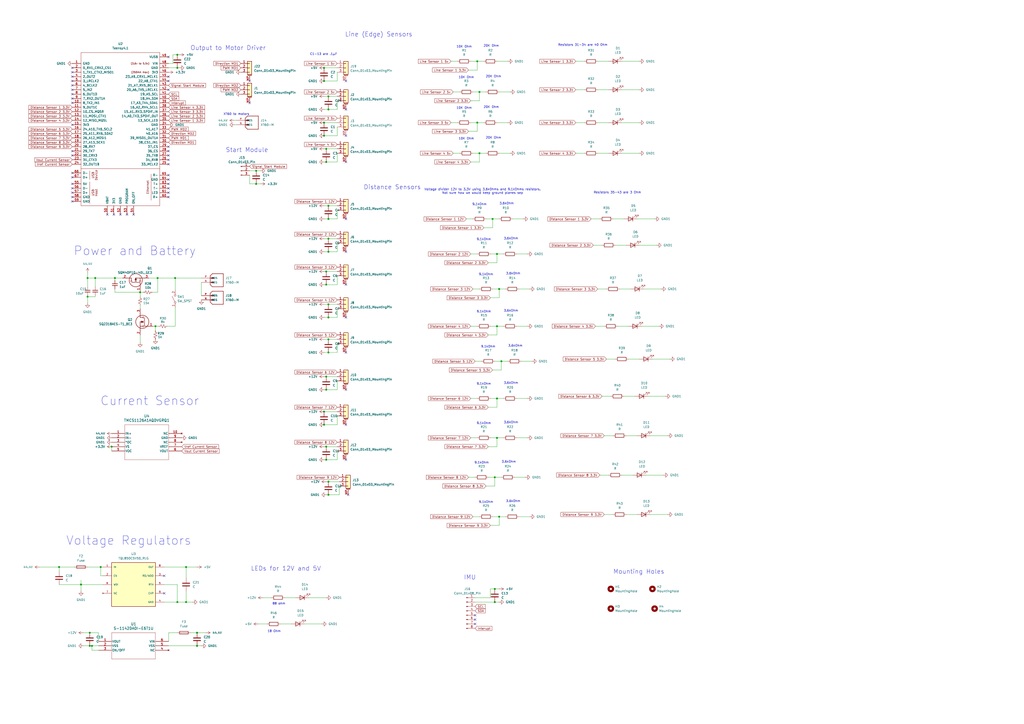
<source format=kicad_sch>
(kicad_sch (version 20231120) (generator "eeschema") (generator_version "8.0")
  (paper "A2")
  (junction (at 288.29 147.32))
  (junction (at 53.34 374.65))
  (junction (at 285.75 127))
  (junction (at 102.87 349.25))
  (junction (at 102.87 31.75))
  (junction (at 190.5 119.38))
  (junction (at 190.5 279.4))
  (junction (at 50.8 161.29))
  (junction (at 187.96 78.74))
  (junction (at 52.07 374.65))
  (junction (at 64.77 259.08))
  (junction (at 101.6 161.29))
  (junction (at 287.02 341.63))
  (junction (at 190.5 184.15))
  (junction (at 190.5 138.43))
  (junction (at 52.07 367.03))
  (junction (at 190.5 146.05))
  (junction (at 114.3 374.65))
  (junction (at 46.99 339.09))
  (junction (at 50.8 172.085))
  (junction (at 288.29 189.23))
  (junction (at 276.86 71.12))
  (junction (at 187.96 39.37))
  (junction (at 190.5 63.5))
  (junction (at 81.28 169.545))
  (junction (at 189.23 259.08))
  (junction (at 276.86 35.56))
  (junction (at 187.96 71.12))
  (junction (at 190.5 176.53))
  (junction (at 190.5 55.88))
  (junction (at 189.23 266.7))
  (junction (at 90.17 189.23))
  (junction (at 91.44 161.29))
  (junction (at 289.56 167.64))
  (junction (at 287.02 276.86))
  (junction (at 187.96 246.38))
  (junction (at 189.23 226.06))
  (junction (at 289.56 299.72))
  (junction (at 187.96 238.76))
  (junction (at 58.42 328.93))
  (junction (at 288.29 254))
  (junction (at 189.23 157.48))
  (junction (at 55.245 161.29))
  (junction (at 189.23 218.44))
  (junction (at 34.29 328.93))
  (junction (at 187.96 46.99))
  (junction (at 148.59 99.06))
  (junction (at 189.23 165.1))
  (junction (at 287.02 349.25))
  (junction (at 190.5 196.85))
  (junction (at 189.23 93.98))
  (junction (at 288.29 231.14))
  (junction (at 107.95 349.25))
  (junction (at 189.23 86.36))
  (junction (at 66.675 161.29))
  (junction (at 278.13 88.9))
  (junction (at 148.59 106.68))
  (junction (at 190.5 127))
  (junction (at 107.95 328.93))
  (junction (at 114.3 367.03))
  (junction (at 102.87 39.37))
  (junction (at 190.5 287.02))
  (junction (at 290.83 209.55))
  (junction (at 190.5 204.47))
  (junction (at 278.13 53.34))
  (no_connect (at 97.79 44.45))
  (no_connect (at 41.91 52.07))
  (no_connect (at 41.91 54.61))
  (no_connect (at 41.91 106.68))
  (no_connect (at 200.66 63.5))
  (no_connect (at 41.91 39.37))
  (no_connect (at 200.66 46.99))
  (no_connect (at 41.91 49.53))
  (no_connect (at 77.47 124.46))
  (no_connect (at 97.79 33.02))
  (no_connect (at 41.91 111.76))
  (no_connect (at 41.91 114.3))
  (no_connect (at 200.66 93.98))
  (no_connect (at 97.79 109.22))
  (no_connect (at 200.66 146.05))
  (no_connect (at 97.79 46.99))
  (no_connect (at 97.79 104.14))
  (no_connect (at 41.91 102.87))
  (no_connect (at 41.91 109.22))
  (no_connect (at 41.91 116.84))
  (no_connect (at 200.66 165.1))
  (no_connect (at 41.91 72.39))
  (no_connect (at 97.79 111.76))
  (no_connect (at 62.23 124.46))
  (no_connect (at 97.79 106.68))
  (no_connect (at 97.79 87.63))
  (no_connect (at 97.79 52.07))
  (no_connect (at 97.79 114.3))
  (no_connect (at 69.85 124.46))
  (no_connect (at 200.66 266.7))
  (no_connect (at 41.91 90.17))
  (no_connect (at 144.78 59.69))
  (no_connect (at 97.79 101.6))
  (no_connect (at 73.66 124.46))
  (no_connect (at 201.93 287.02))
  (no_connect (at 97.79 90.17))
  (no_connect (at 275.59 356.87))
  (no_connect (at 97.79 92.71))
  (no_connect (at 41.91 46.99))
  (no_connect (at 200.66 204.47))
  (no_connect (at 97.79 95.25))
  (no_connect (at 66.04 124.46))
  (no_connect (at 200.66 127))
  (no_connect (at 41.91 59.69))
  (no_connect (at 200.66 78.74))
  (no_connect (at 41.91 41.91))
  (no_connect (at 275.59 361.95))
  (no_connect (at 95.25 344.17))
  (no_connect (at 97.79 85.09))
  (no_connect (at 41.91 44.45))
  (no_connect (at 41.91 87.63))
  (no_connect (at 200.66 184.15))
  (no_connect (at 41.91 100.33))
  (no_connect (at 144.78 46.99))
  (no_connect (at 95.25 334.01))
  (no_connect (at 41.91 57.15))
  (no_connect (at 200.66 246.38))
  (no_connect (at 200.66 226.06))
  (no_connect (at 275.59 359.41))
  (wire (pts (xy 361.95 229.87) (xy 368.3 229.87)))
  (wire (pts (xy 288.29 147.32) (xy 288.29 152.4)))
  (wire (pts (xy 289.56 53.34) (xy 295.91 53.34)))
  (wire (pts (xy 278.13 88.9) (xy 278.13 93.98)))
  (wire (pts (xy 284.48 341.63) (xy 284.48 346.71)))
  (wire (pts (xy 195.58 121.92) (xy 195.58 127)))
  (wire (pts (xy 55.245 161.29) (xy 50.8 161.29)))
  (wire (pts (xy 373.38 167.64) (xy 383.54 167.64)))
  (wire (pts (xy 189.23 266.7) (xy 187.96 266.7)))
  (wire (pts (xy 114.3 374.65) (xy 116.84 374.65)))
  (wire (pts (xy 261.62 71.12) (xy 265.43 71.12)))
  (wire (pts (xy 270.51 127) (xy 274.32 127)))
  (wire (pts (xy 273.05 35.56) (xy 276.86 35.56)))
  (wire (pts (xy 64.77 259.08) (xy 64.77 261.62)))
  (wire (pts (xy 111.76 349.25) (xy 107.95 349.25)))
  (wire (pts (xy 349.25 229.87) (xy 354.33 229.87)))
  (wire (pts (xy 137.16 69.85) (xy 135.89 69.85)))
  (wire (pts (xy 334.01 52.07) (xy 339.09 52.07)))
  (wire (pts (xy 66.675 161.29) (xy 66.675 162.56)))
  (wire (pts (xy 284.48 346.71) (xy 275.59 346.71)))
  (wire (pts (xy 189.23 165.1) (xy 187.96 165.1)))
  (wire (pts (xy 148.59 99.06) (xy 151.13 99.06)))
  (wire (pts (xy 187.96 55.88) (xy 190.5 55.88)))
  (wire (pts (xy 100.33 31.75) (xy 100.33 36.83)))
  (wire (pts (xy 107.95 342.9) (xy 107.95 349.25)))
  (wire (pts (xy 372.11 189.23) (xy 382.27 189.23)))
  (wire (pts (xy 58.42 328.93) (xy 59.69 328.93)))
  (wire (pts (xy 299.72 231.14) (xy 306.07 231.14)))
  (wire (pts (xy 58.42 334.01) (xy 59.69 334.01)))
  (wire (pts (xy 275.59 209.55) (xy 279.4 209.55)))
  (wire (pts (xy 137.16 72.39) (xy 135.89 72.39)))
  (wire (pts (xy 187.96 196.85) (xy 190.5 196.85)))
  (wire (pts (xy 289.56 167.64) (xy 289.56 172.72)))
  (wire (pts (xy 50.8 172.085) (xy 50.8 175.895)))
  (wire (pts (xy 278.13 53.34) (xy 278.13 58.42)))
  (wire (pts (xy 273.05 189.23) (xy 276.86 189.23)))
  (wire (pts (xy 276.86 35.56) (xy 280.67 35.56)))
  (wire (pts (xy 152.4 346.71) (xy 157.48 346.71)))
  (wire (pts (xy 179.07 346.71) (xy 189.23 346.71)))
  (wire (pts (xy 299.72 147.32) (xy 306.07 147.32)))
  (wire (pts (xy 190.5 196.85) (xy 195.58 196.85)))
  (wire (pts (xy 162.56 361.95) (xy 168.91 361.95)))
  (wire (pts (xy 334.01 88.9) (xy 339.09 88.9)))
  (wire (pts (xy 107.95 349.25) (xy 102.87 349.25)))
  (wire (pts (xy 290.83 214.63) (xy 285.75 214.63)))
  (wire (pts (xy 107.95 328.93) (xy 114.3 328.93)))
  (wire (pts (xy 189.23 259.08) (xy 195.58 259.08)))
  (wire (pts (xy 284.48 147.32) (xy 288.29 147.32)))
  (wire (pts (xy 190.5 119.38) (xy 195.58 119.38)))
  (wire (pts (xy 285.75 299.72) (xy 289.56 299.72)))
  (wire (pts (xy 284.48 189.23) (xy 288.29 189.23)))
  (wire (pts (xy 48.26 367.03) (xy 52.07 367.03)))
  (wire (pts (xy 190.5 204.47) (xy 187.96 204.47)))
  (wire (pts (xy 189.23 226.06) (xy 187.96 226.06)))
  (wire (pts (xy 46.99 342.9) (xy 46.99 339.09)))
  (wire (pts (xy 284.48 341.63) (xy 287.02 341.63)))
  (wire (pts (xy 262.89 53.34) (xy 266.7 53.34)))
  (wire (pts (xy 100.33 31.75) (xy 102.87 31.75)))
  (wire (pts (xy 363.22 252.73) (xy 369.57 252.73)))
  (wire (pts (xy 110.49 367.03) (xy 114.3 367.03)))
  (wire (pts (xy 261.62 35.56) (xy 265.43 35.56)))
  (wire (pts (xy 195.58 179.07) (xy 195.58 184.15)))
  (wire (pts (xy 195.58 93.98) (xy 189.23 93.98)))
  (wire (pts (xy 190.5 176.53) (xy 195.58 176.53)))
  (wire (pts (xy 187.96 119.38) (xy 190.5 119.38)))
  (wire (pts (xy 288.29 236.22) (xy 283.21 236.22)))
  (wire (pts (xy 278.13 58.42) (xy 273.05 58.42)))
  (wire (pts (xy 189.23 279.4) (xy 190.5 279.4)))
  (wire (pts (xy 281.94 127) (xy 285.75 127)))
  (wire (pts (xy 144.78 106.68) (xy 148.59 106.68)))
  (wire (pts (xy 290.83 209.55) (xy 294.64 209.55)))
  (wire (pts (xy 274.32 167.64) (xy 278.13 167.64)))
  (wire (pts (xy 57.15 372.11) (xy 57.15 367.03)))
  (wire (pts (xy 300.99 167.64) (xy 307.34 167.64)))
  (wire (pts (xy 283.21 276.86) (xy 287.02 276.86)))
  (wire (pts (xy 278.13 53.34) (xy 281.94 53.34)))
  (wire (pts (xy 358.14 189.23) (xy 364.49 189.23)))
  (wire (pts (xy 189.23 157.48) (xy 195.58 157.48)))
  (wire (pts (xy 66.675 161.29) (xy 55.245 161.29)))
  (wire (pts (xy 187.96 71.12) (xy 195.58 71.12)))
  (wire (pts (xy 190.5 63.5) (xy 187.96 63.5)))
  (wire (pts (xy 346.71 167.64) (xy 351.79 167.64)))
  (wire (pts (xy 288.29 194.31) (xy 283.21 194.31)))
  (wire (pts (xy 100.33 36.83) (xy 97.79 36.83)))
  (wire (pts (xy 46.99 339.09) (xy 59.69 339.09)))
  (wire (pts (xy 274.32 53.34) (xy 278.13 53.34)))
  (wire (pts (xy 50.8 161.29) (xy 50.8 158.115)))
  (wire (pts (xy 195.58 140.97) (xy 195.58 146.05)))
  (wire (pts (xy 52.07 374.65) (xy 53.34 374.65)))
  (wire (pts (xy 363.22 298.45) (xy 369.57 298.45)))
  (wire (pts (xy 287.02 341.63) (xy 289.56 341.63)))
  (wire (pts (xy 50.8 171.45) (xy 50.8 172.085)))
  (wire (pts (xy 195.58 73.66) (xy 195.58 78.74)))
  (wire (pts (xy 288.29 189.23) (xy 292.1 189.23)))
  (wire (pts (xy 289.56 167.64) (xy 293.37 167.64)))
  (wire (pts (xy 86.36 161.29) (xy 91.44 161.29)))
  (wire (pts (xy 346.71 71.12) (xy 353.06 71.12)))
  (wire (pts (xy 285.75 127) (xy 285.75 132.08)))
  (wire (pts (xy 288.29 254) (xy 288.29 259.08)))
  (wire (pts (xy 190.5 146.05) (xy 187.96 146.05)))
  (wire (pts (xy 187.96 39.37) (xy 195.58 39.37)))
  (wire (pts (xy 90.17 189.23) (xy 92.075 189.23)))
  (wire (pts (xy 34.29 328.93) (xy 34.29 331.47)))
  (wire (pts (xy 102.87 31.75) (xy 104.14 31.75)))
  (wire (pts (xy 66.675 169.545) (xy 81.28 169.545)))
  (wire (pts (xy 347.98 275.59) (xy 353.06 275.59)))
  (wire (pts (xy 196.85 281.94) (xy 196.85 287.02)))
  (wire (pts (xy 190.5 138.43) (xy 195.58 138.43)))
  (wire (pts (xy 101.6 189.23) (xy 101.6 178.435)))
  (wire (pts (xy 374.65 275.59) (xy 384.81 275.59)))
  (wire (pts (xy 97.155 189.23) (xy 101.6 189.23)))
  (wire (pts (xy 46.99 339.09) (xy 46.99 336.55)))
  (wire (pts (xy 346.71 52.07) (xy 353.06 52.07)))
  (wire (pts (xy 299.72 254) (xy 306.07 254)))
  (wire (pts (xy 289.56 304.8) (xy 284.48 304.8)))
  (wire (pts (xy 195.58 246.38) (xy 187.96 246.38)))
  (wire (pts (xy 187.96 176.53) (xy 190.5 176.53)))
  (wire (pts (xy 101.6 168.275) (xy 101.6 161.29)))
  (wire (pts (xy 288.29 254) (xy 292.1 254)))
  (wire (pts (xy 273.05 254) (xy 276.86 254)))
  (wire (pts (xy 350.52 252.73) (xy 355.6 252.73)))
  (wire (pts (xy 144.78 101.6) (xy 144.78 106.68)))
  (wire (pts (xy 345.44 189.23) (xy 350.52 189.23)))
  (wire (pts (xy 196.85 287.02) (xy 190.5 287.02)))
  (wire (pts (xy 287.02 276.86) (xy 287.02 281.94)))
  (wire (pts (xy 359.41 167.64) (xy 365.76 167.64)))
  (wire (pts (xy 355.6 127) (xy 361.95 127)))
  (wire (pts (xy 351.79 208.28) (xy 356.87 208.28)))
  (wire (pts (xy 299.72 189.23) (xy 306.07 189.23)))
  (wire (pts (xy 275.59 349.25) (xy 287.02 349.25)))
  (wire (pts (xy 274.32 88.9) (xy 278.13 88.9)))
  (wire (pts (xy 287.02 276.86) (xy 290.83 276.86)))
  (wire (pts (xy 360.68 275.59) (xy 367.03 275.59)))
  (wire (pts (xy 95.25 339.09) (xy 102.87 339.09)))
  (wire (pts (xy 102.87 349.25) (xy 95.25 349.25)))
  (wire (pts (xy 55.245 172.085) (xy 50.8 172.085)))
  (wire (pts (xy 107.95 328.93) (xy 107.95 335.28)))
  (wire (pts (xy 58.42 328.93) (xy 58.42 334.01)))
  (wire (pts (xy 195.58 63.5) (xy 190.5 63.5)))
  (wire (pts (xy 195.58 204.47) (xy 190.5 204.47)))
  (wire (pts (xy 195.58 266.7) (xy 189.23 266.7)))
  (wire (pts (xy 91.44 161.29) (xy 101.6 161.29)))
  (wire (pts (xy 195.58 220.98) (xy 195.58 226.06)))
  (wire (pts (xy 378.46 208.28) (xy 388.62 208.28)))
  (wire (pts (xy 370.84 142.24) (xy 381 142.24)))
  (wire (pts (xy 101.6 161.29) (xy 116.84 161.29)))
  (wire (pts (xy 262.89 88.9) (xy 266.7 88.9)))
  (wire (pts (xy 284.48 231.14) (xy 288.29 231.14)))
  (wire (pts (xy 289.56 299.72) (xy 289.56 304.8)))
  (wire (pts (xy 360.68 88.9) (xy 370.84 88.9)))
  (wire (pts (xy 288.29 147.32) (xy 292.1 147.32)))
  (wire (pts (xy 369.57 127) (xy 379.73 127)))
  (wire (pts (xy 288.29 189.23) (xy 288.29 194.31)))
  (wire (pts (xy 57.15 377.19) (xy 53.34 377.19)))
  (wire (pts (xy 195.58 46.99) (xy 187.96 46.99)))
  (wire (pts (xy 190.5 184.15) (xy 187.96 184.15)))
  (wire (pts (xy 377.19 298.45) (xy 387.35 298.45)))
  (wire (pts (xy 187.96 86.36) (xy 189.23 86.36)))
  (wire (pts (xy 189.23 93.98) (xy 187.96 93.98)))
  (wire (pts (xy 81.28 169.545) (xy 81.28 172.085)))
  (wire (pts (xy 274.32 299.72) (xy 278.13 299.72)))
  (wire (pts (xy 88.265 169.545) (xy 91.44 169.545)))
  (wire (pts (xy 289.56 88.9) (xy 295.91 88.9)))
  (wire (pts (xy 346.71 35.56) (xy 353.06 35.56)))
  (wire (pts (xy 278.13 93.98) (xy 273.05 93.98)))
  (wire (pts (xy 195.58 41.91) (xy 195.58 46.99)))
  (wire (pts (xy 288.29 259.08) (xy 283.21 259.08)))
  (wire (pts (xy 360.68 52.07) (xy 370.84 52.07)))
  (wire (pts (xy 288.29 152.4) (xy 283.21 152.4)))
  (wire (pts (xy 107.95 328.93) (xy 95.25 328.93)))
  (wire (pts (xy 302.26 209.55) (xy 308.61 209.55)))
  (wire (pts (xy 97.79 367.03) (xy 97.79 372.11)))
  (wire (pts (xy 273.05 231.14) (xy 276.86 231.14)))
  (wire (pts (xy 278.13 88.9) (xy 281.94 88.9)))
  (wire (pts (xy 287.02 349.25) (xy 289.56 349.25)))
  (wire (pts (xy 187.96 157.48) (xy 189.23 157.48)))
  (wire (pts (xy 190.5 127) (xy 187.96 127)))
  (wire (pts (xy 50.8 328.93) (xy 58.42 328.93)))
  (wire (pts (xy 97.79 39.37) (xy 102.87 39.37)))
  (wire (pts (xy 377.19 252.73) (xy 387.35 252.73)))
  (wire (pts (xy 149.86 361.95) (xy 154.94 361.95)))
  (wire (pts (xy 342.9 127) (xy 347.98 127)))
  (wire (pts (xy 53.34 374.65) (xy 57.15 374.65)))
  (wire (pts (xy 360.68 71.12) (xy 370.84 71.12)))
  (wire (pts (xy 287.02 281.94) (xy 281.94 281.94)))
  (wire (pts (xy 148.59 106.68) (xy 151.13 106.68)))
  (wire (pts (xy 55.245 161.29) (xy 55.245 166.37)))
  (wire (pts (xy 55.245 171.45) (xy 55.245 172.085)))
  (wire (pts (xy 114.3 367.03) (xy 119.38 367.03)))
  (wire (pts (xy 187.96 138.43) (xy 190.5 138.43)))
  (wire (pts (xy 344.17 142.24) (xy 349.25 142.24)))
  (wire (pts (xy 285.75 167.64) (xy 289.56 167.64)))
  (wire (pts (xy 91.44 169.545) (xy 91.44 161.29)))
  (wire (pts (xy 288.29 71.12) (xy 294.64 71.12)))
  (wire (pts (xy 187.96 238.76) (xy 195.58 238.76)))
  (wire (pts (xy 297.18 127) (xy 303.53 127)))
  (wire (pts (xy 190.5 55.88) (xy 195.58 55.88)))
  (wire (pts (xy 285.75 132.08) (xy 280.67 132.08)))
  (wire (pts (xy 190.5 287.02) (xy 189.23 287.02)))
  (wire (pts (xy 195.58 199.39) (xy 195.58 204.47)))
  (wire (pts (xy 50.8 166.37) (xy 50.8 161.29)))
  (wire (pts (xy 66.675 167.64) (xy 66.675 169.545)))
  (wire (pts (xy 289.56 299.72) (xy 293.37 299.72)))
  (wire (pts (xy 350.52 298.45) (xy 355.6 298.45)))
  (wire (pts (xy 187.96 218.44) (xy 189.23 218.44)))
  (wire (pts (xy 195.58 146.05) (xy 190.5 146.05)))
  (wire (pts (xy 288.29 231.14) (xy 292.1 231.14)))
  (wire (pts (xy 195.58 184.15) (xy 190.5 184.15)))
  (wire (pts (xy 195.58 88.9) (xy 195.58 93.98)))
  (wire (pts (xy 90.17 189.23) (xy 90.17 191.77)))
  (wire (pts (xy 271.78 276.86) (xy 275.59 276.86)))
  (wire (pts (xy 360.68 35.56) (xy 370.84 35.56)))
  (wire (pts (xy 300.99 299.72) (xy 307.34 299.72)))
  (wire (pts (xy 71.12 161.29) (xy 66.675 161.29)))
  (wire (pts (xy 81.28 177.165) (xy 81.28 179.07)))
  (wire (pts (xy 189.23 86.36) (xy 195.58 86.36)))
  (wire (pts (xy 346.71 88.9) (xy 353.06 88.9)))
  (wire (pts (xy 102.87 39.37) (xy 104.14 39.37)))
  (wire (pts (xy 195.58 78.74) (xy 187.96 78.74)))
  (wire (pts (xy 195.58 165.1) (xy 189.23 165.1)))
  (wire (pts (xy 289.56 172.72) (xy 284.48 172.72)))
  (wire (pts (xy 276.86 35.56) (xy 276.86 40.64)))
  (wire (pts (xy 53.34 374.65) (xy 53.34 377.19)))
  (wire (pts (xy 102.87 339.09) (xy 102.87 349.25)))
  (wire (pts (xy 195.58 160.02) (xy 195.58 165.1)))
  (wire (pts (xy 288.29 35.56) (xy 294.64 35.56)))
  (wire (pts (xy 298.45 276.86) (xy 304.8 276.86)))
  (wire (pts (xy 195.58 226.06) (xy 189.23 226.06)))
  (wire (pts (xy 48.26 374.65) (xy 52.07 374.65)))
  (wire (pts (xy 195.58 261.62) (xy 195.58 266.7)))
  (wire (pts (xy 276.86 71.12) (xy 276.86 76.2)))
  (wire (pts (xy 116.84 163.83) (xy 116.84 171.45)))
  (wire (pts (xy 97.79 374.65) (xy 114.3 374.65)))
  (wire (pts (xy 81.28 169.545) (xy 83.185 169.545)))
  (wire (pts (xy 187.96 259.08) (xy 189.23 259.08)))
  (wire (pts (xy 81.28 168.91) (xy 81.28 169.545)))
  (wire (pts (xy 144.78 99.06) (xy 148.59 99.06)))
  (wire (pts (xy 34.29 339.09) (xy 46.99 339.09)))
  (wire (pts (xy 195.58 127) (xy 190.5 127)))
  (wire (pts (xy 195.58 241.3) (xy 195.58 246.38)))
  (wire (pts (xy 165.1 346.71) (xy 171.45 346.71)))
  (wire (pts (xy 34.29 328.93) (xy 43.18 328.93)))
  (wire (pts (xy 195.58 58.42) (xy 195.58 63.5)))
  (wire (pts (xy 276.86 71.12) (xy 280.67 71.12)))
  (wire (pts (xy 334.01 35.56) (xy 339.09 35.56)))
  (wire (pts (xy 190.5 279.4) (xy 196.85 279.4)))
  (wire (pts (xy 276.86 40.64) (xy 271.78 40.64)))
  (wire (pts (xy 88.9 189.23) (xy 90.17 189.23)))
  (wire (pts (xy 375.92 229.87) (xy 386.08 229.87)))
  (wire (pts (xy 356.87 142.24) (xy 363.22 142.24)))
  (wire (pts (xy 287.02 209.55) (xy 290.83 209.55)))
  (wire (pts (xy 276.86 76.2) (xy 271.78 76.2)))
  (wire (pts (xy 97.79 367.03) (xy 102.87 367.03)))
  (wire (pts (xy 273.05 147.32) (xy 276.86 147.32)))
  (wire (pts (xy 273.05 71.12) (xy 276.86 71.12)))
  (wire (pts (xy 284.48 254) (xy 288.29 254)))
  (wire (pts (xy 285.75 127) (xy 289.56 127)))
  (wire (pts (xy 290.83 209.55) (xy 290.83 214.63)))
  (wire (pts (xy 334.01 71.12) (xy 339.09 71.12)))
  (wire (pts (xy 189.23 218.44) (xy 195.58 218.44)))
  (wire (pts (xy 81.28 194.31) (xy 81.28 198.755)))
  (wire (pts (xy 57.15 367.03) (xy 52.07 367.03)))
  (wire (pts (xy 288.29 231.14) (xy 288.29 236.22)))
  (wire (pts (xy 176.53 361.95) (xy 186.69 361.95)))
  (wire (pts (xy 364.49 208.28) (xy 370.84 208.28)))
  (wire (pts (xy 22.86 328.93) (xy 34.29 328.93)))
  (text "Resistors 31-34 are 40 Ohm" (at 338.074 26.162 0) (effects (font (size 1.27 1.27))))
  (text "Output to Motor Driver" (at 132.334 27.94 0) (effects (font (size 2.54 2.54))))
  (text "3.6kOhm" (at 296.418 138.43 0) (effects (font (size 1.27 1.27))))
  (text "9.1kOhm" (at 280.67 245.618 0) (effects (font (size 1.27 1.27))))
  (text "20K Ohm" (at 284.988 26.67 0) (effects (font (size 1.27 1.27))))
  (text "Power and Battery\n" (at 78.232 145.669 0) (effects (font (size 5.08 5.08))))
  (text "Resistors 35-43 are 3 Ohm" (at 358.14 111.76 0) (effects (font (size 1.27 1.27))))
  (text "9.1kOhm" (at 283.21 201.168 0) (effects (font (size 1.27 1.27))))
  (text "Current Sensor" (at 86.868 232.664 0) (effects (font (size 5.08 5.08))))
  (text "Mounting Holes" (at 370.586 331.724 0) (effects (font (size 2.54 2.54))))
  (text "3.6kOhm" (at 293.878 118.11 0) (effects (font (size 1.27 1.27))))
  (text "9.1kOhm" (at 280.67 180.848 0) (effects (font (size 1.27 1.27))))
  (text "18 Ohm" (at 159.004 366.268 0) (effects (font (size 1.27 1.27))))
  (text "9.1kOhm" (at 281.94 291.338 0) (effects (font (size 1.27 1.27))))
  (text "3.6kOhm" (at 297.688 290.83 0) (effects (font (size 1.27 1.27))))
  (text "3.6kOhm" (at 297.688 158.75 0) (effects (font (size 1.27 1.27))))
  (text "9.1kOhm" (at 278.13 118.618 0) (effects (font (size 1.27 1.27))))
  (text "Start Module" (at 143.256 87.122 0) (effects (font (size 2.54 2.54))))
  (text "3.6kOhm" (at 296.418 180.34 0) (effects (font (size 1.27 1.27))))
  (text "Voltage Regulators" (at 74.676 313.69 0) (effects (font (size 5.08 5.08))))
  (text "9.1kOhm" (at 280.67 222.758 0) (effects (font (size 1.27 1.27))))
  (text "IMU" (at 272.542 335.026 0) (effects (font (size 2.54 2.54))))
  (text "9.1kOhm" (at 280.67 138.938 0) (effects (font (size 1.27 1.27))))
  (text "10K Ohm" (at 269.24 27.178 0) (effects (font (size 1.27 1.27))))
  (text "10K Ohm" (at 270.51 80.518 0) (effects (font (size 1.27 1.27))))
  (text "Distance Sensors" (at 227.584 108.712 0) (effects (font (size 2.54 2.54))))
  (text "XT60 to motors" (at 137.16 66.294 0) (effects (font (size 1.27 1.27))))
  (text "C1-13 are .1µF" (at 187.706 31.496 0) (effects (font (size 1.27 1.27))))
  (text "LEDs for 12V and 5V" (at 165.862 329.946 0) (effects (font (size 2.54 2.54))))
  (text "10K Ohm" (at 269.24 62.738 0) (effects (font (size 1.27 1.27))))
  (text "88 ohm" (at 161.798 350.266 0) (effects (font (size 1.27 1.27))))
  (text "3.6kOhm" (at 295.148 267.97 0) (effects (font (size 1.27 1.27))))
  (text "20K Ohm" (at 286.258 44.45 0) (effects (font (size 1.27 1.27))))
  (text "20K Ohm" (at 286.258 80.01 0) (effects (font (size 1.27 1.27))))
  (text "Voltage divider 12V to 3.3V using 3.6kOhms and 9.1kOhms resistors.\nNot sure how we would keep ground planes sep" (at 279.908 110.998 0) (effects (font (size 1.27 1.27))))
  (text "20K Ohm" (at 284.988 62.23 0) (effects (font (size 1.27 1.27))))
  (text "3.6kOhm" (at 298.958 200.66 0) (effects (font (size 1.27 1.27))))
  (text "10K Ohm" (at 270.51 44.958 0) (effects (font (size 1.27 1.27))))
  (text "9.1kOhm" (at 279.4 268.478 0) (effects (font (size 1.27 1.27))))
  (text "Line (Edge) Sensors" (at 219.71 20.066 0) (effects (font (size 2.54 2.54))))
  (text "9.1kOhm" (at 281.94 159.258 0) (effects (font (size 1.27 1.27))))
  (text "3.6kOhm" (at 296.418 245.11 0) (effects (font (size 1.27 1.27))))
  (text "3.6kOhm" (at 296.418 222.25 0) (effects (font (size 1.27 1.27))))
  (global_label "Distance Sensor 9 3.3V" (shape input) (at 284.48 304.8 180) (property "Intersheetrefs" "${INTERSHEET_REFS}" (effects (hide yes))))
  (global_label "Line Sensor 2 3.3V" (shape input) (at 97.79 67.31 0) (property "Intersheetrefs" "${INTERSHEET_REFS}" (effects (hide yes))))
  (global_label "Distance Sensor 2 3.3V" (shape input) (at 344.17 142.24 180) (property "Intersheetrefs" "${INTERSHEET_REFS}" (effects (hide yes))))
  (global_label "Distance Sensor 4 3.3V" (shape input) (at 283.21 194.31 180) (property "Intersheetrefs" "${INTERSHEET_REFS}" (effects (hide yes))))
  (global_label "Direction MD2" (shape input) (at 97.79 77.47 0) (property "Intersheetrefs" "${INTERSHEET_REFS}" (effects (hide yes))))
  (global_label "Distance Sensor 3 3.3V" (shape input) (at 284.48 172.72 180) (property "Intersheetrefs" "${INTERSHEET_REFS}" (effects (hide yes))))
  (global_label "Distance Sensor 4 12V" (shape input) (at 273.05 189.23 180) (property "Intersheetrefs" "${INTERSHEET_REFS}" (effects (hide yes))))
  (global_label "Line Sensor 4 5v" (shape input) (at 195.58 83.82 180) (property "Intersheetrefs" "${INTERSHEET_REFS}" (effects (hide yes))))
  (global_label "Direction MD2" (shape input) (at 139.7 49.53 180) (property "Intersheetrefs" "${INTERSHEET_REFS}" (effects (hide yes))))
  (global_label "Line Sensor 4 3.3V" (shape input) (at 334.01 88.9 180) (property "Intersheetrefs" "${INTERSHEET_REFS}" (effects (hide yes))))
  (global_label "Distance Sensor 1 3.3V" (shape input) (at 342.9 127 180) (property "Intersheetrefs" "${INTERSHEET_REFS}" (effects (hide yes))))
  (global_label "Distance Sensor 2 3.3V" (shape input) (at 283.21 152.4 180) (property "Intersheetrefs" "${INTERSHEET_REFS}" (effects (hide yes))))
  (global_label "Distance Sensor 2 12V" (shape input) (at 273.05 147.32 180) (property "Intersheetrefs" "${INTERSHEET_REFS}" (effects (hide yes))))
  (global_label "Line Sensor 3 3.3V" (shape input) (at 271.78 76.2 180) (property "Intersheetrefs" "${INTERSHEET_REFS}" (effects (hide yes))))
  (global_label "SDA" (shape input) (at 97.79 57.15 0) (property "Intersheetrefs" "${INTERSHEET_REFS}" (effects (hide yes))))
  (global_label "SCL" (shape input) (at 275.59 351.79 0) (property "Intersheetrefs" "${INTERSHEET_REFS}" (effects (hide yes))))
  (global_label "PWM MD2" (shape input) (at 97.79 74.93 0) (property "Intersheetrefs" "${INTERSHEET_REFS}" (effects (hide yes))))
  (global_label "Distance Sensor 1 3.3V" (shape input) (at 280.67 132.08 180) (property "Intersheetrefs" "${INTERSHEET_REFS}" (effects (hide yes))))
  (global_label "Line Sensor 1 3.3V" (shape input) (at 97.79 69.85 0) (property "Intersheetrefs" "${INTERSHEET_REFS}" (effects (hide yes))))
  (global_label "Line Sensor 3 3.3V" (shape input) (at 97.79 64.77 0) (property "Intersheetrefs" "${INTERSHEET_REFS}" (effects (hide yes))))
  (global_label "PWM MD2" (shape input) (at 139.7 52.07 180) (property "Intersheetrefs" "${INTERSHEET_REFS}" (effects (hide yes))))
  (global_label "Interupt" (shape input) (at 97.79 59.69 0) (property "Intersheetrefs" "${INTERSHEET_REFS}" (effects (hide yes))))
  (global_label "Distance Sensor 9 3.3V" (shape input) (at 350.52 298.45 180) (property "Intersheetrefs" "${INTERSHEET_REFS}" (effects (hide yes))))
  (global_label "Line Sensor 1 5v" (shape input) (at 195.58 36.83 180) (property "Intersheetrefs" "${INTERSHEET_REFS}" (effects (hide yes))))
  (global_label "Distance Sensor 9 12V" (shape input) (at 196.85 276.86 180) (property "Intersheetrefs" "${INTERSHEET_REFS}" (effects (hide yes))))
  (global_label "Vref Current Sensor" (shape input) (at 105.41 259.08 0) (property "Intersheetrefs" "${INTERSHEET_REFS}" (effects (hide yes))))
  (global_label "Distance Sensor 8 3.3V" (shape input) (at 347.98 275.59 180) (property "Intersheetrefs" "${INTERSHEET_REFS}" (effects (hide yes))))
  (global_label "Distance Sensor 8 3.3V" (shape input) (at 281.94 281.94 180) (property "Intersheetrefs" "${INTERSHEET_REFS}" (effects (hide yes))))
  (global_label "Line Sensor 3 3.3V" (shape input) (at 334.01 71.12 180) (property "Intersheetrefs" "${INTERSHEET_REFS}" (effects (hide yes))))
  (global_label "Distance Sensor 6 3.3V" (shape input) (at 41.91 77.47 180) (property "Intersheetrefs" "${INTERSHEET_REFS}" (effects (hide yes))))
  (global_label "Line Sensor 4 3.3V" (shape input) (at 97.79 62.23 0) (property "Intersheetrefs" "${INTERSHEET_REFS}" (effects (hide yes))))
  (global_label "Distance Sensor 7 3.3V" (shape input) (at 350.52 252.73 180) (property "Intersheetrefs" "${INTERSHEET_REFS}" (effects (hide yes))))
  (global_label "Distance Sensor 6 12V" (shape input) (at 273.05 231.14 180) (property "Intersheetrefs" "${INTERSHEET_REFS}" (effects (hide yes))))
  (global_label "Distance Sensor 7 12V" (shape input) (at 195.58 236.22 180) (property "Intersheetrefs" "${INTERSHEET_REFS}" (effects (hide yes))))
  (global_label "Line Sensor 4 5v" (shape input) (at 262.89 88.9 180) (property "Intersheetrefs" "${INTERSHEET_REFS}" (effects (hide yes))))
  (global_label "Line Sensor 2 3.3V" (shape input) (at 334.01 52.07 180) (property "Intersheetrefs" "${INTERSHEET_REFS}" (effects (hide yes))))
  (global_label "Distance Sensor 3 3.3V" (shape input) (at 346.71 167.64 180) (property "Intersheetrefs" "${INTERSHEET_REFS}" (effects (hide yes))))
  (global_label "Distance Sensor 5 3.3V" (shape input) (at 41.91 74.93 180) (property "Intersheetrefs" "${INTERSHEET_REFS}" (effects (hide yes))))
  (global_label "PWM MD1" (shape input) (at 139.7 39.37 180) (property "Intersheetrefs" "${INTERSHEET_REFS}" (effects (hide yes))))
  (global_label "Distance Sensor 1 12V" (shape input) (at 270.51 127 180) (property "Intersheetrefs" "${INTERSHEET_REFS}" (effects (hide yes))))
  (global_label "Line Sensor 2 5v" (shape input) (at 195.58 53.34 180) (property "Intersheetrefs" "${INTERSHEET_REFS}" (effects (hide yes))))
  (global_label "Distance Sensor 8 12V" (shape input) (at 271.78 276.86 180) (property "Intersheetrefs" "${INTERSHEET_REFS}" (effects (hide yes))))
  (global_label "Distance Sensor 3 12V" (shape input) (at 274.32 167.64 180) (property "Intersheetrefs" "${INTERSHEET_REFS}" (effects (hide yes))))
  (global_label "Distance Sensor 7 3.3V" (shape input) (at 41.91 80.01 180) (property "Intersheetrefs" "${INTERSHEET_REFS}" (effects (hide yes))))
  (global_label "Line Sensor 4 3.3V" (shape input) (at 273.05 93.98 180) (property "Intersheetrefs" "${INTERSHEET_REFS}" (effects (hide yes))))
  (global_label "Distance Sensor 4 3.3V" (shape input) (at 345.44 189.23 180) (property "Intersheetrefs" "${INTERSHEET_REFS}" (effects (hide yes))))
  (global_label "Line Sensor 1 5v" (shape input) (at 261.62 35.56 180) (property "Intersheetrefs" "${INTERSHEET_REFS}" (effects (hide yes))))
  (global_label "Line Sensor 1 3.3V" (shape input) (at 271.78 40.64 180) (property "Intersheetrefs" "${INTERSHEET_REFS}" (effects (hide yes))))
  (global_label "Distance Sensor 2 3.3V" (shape input) (at 41.91 64.77 180) (property "Intersheetrefs" "${INTERSHEET_REFS}" (effects (hide yes))))
  (global_label "Distance Sensor 9 12V" (shape input) (at 274.32 299.72 180) (property "Intersheetrefs" "${INTERSHEET_REFS}" (effects (hide yes))))
  (global_label "Interupt" (shape input) (at 275.59 364.49 0) (property "Intersheetrefs" "${INTERSHEET_REFS}" (effects (hide yes))))
  (global_label "Distance Sensor 3 12V" (shape input) (at 195.58 154.94 180) (property "Intersheetrefs" "${INTERSHEET_REFS}" (effects (hide yes))))
  (global_label "Vout Current Sensor" (shape input) (at 41.91 92.71 180) (property "Intersheetrefs" "${INTERSHEET_REFS}" (effects (hide yes))))
  (global_label "Distance Sensor 7 12V" (shape input) (at 273.05 254 180) (property "Intersheetrefs" "${INTERSHEET_REFS}" (effects (hide yes))))
  (global_label "Distance Sensor 5 3.3V" (shape input) (at 351.79 208.28 180) (property "Intersheetrefs" "${INTERSHEET_REFS}" (effects (hide yes))))
  (global_label "Distance Sensor 5 12V" (shape input) (at 275.59 209.55 180) (property "Intersheetrefs" "${INTERSHEET_REFS}" (effects (hide yes))))
  (global_label "SDA" (shape input) (at 275.59 354.33 0) (property "Intersheetrefs" "${INTERSHEET_REFS}" (effects (hide yes))))
  (global_label "Distance Sensor 8 3.3V" (shape input) (at 41.91 82.55 180) (property "Intersheetrefs" "${INTERSHEET_REFS}" (effects (hide yes))))
  (global_label "Signal Start Module" (shape input) (at 97.79 49.53 0) (property "Intersheetrefs" "${INTERSHEET_REFS}" (effects (hide yes))))
  (global_label "Line Sensor 3 5v" (shape input) (at 195.58 68.58 180) (property "Intersheetrefs" "${INTERSHEET_REFS}" (effects (hide yes))))
  (global_label "SCL" (shape input) (at 97.79 54.61 0) (property "Intersheetrefs" "${INTERSHEET_REFS}" (effects (hide yes))))
  (global_label "Distance Sensor 5 12V" (shape input) (at 195.58 194.31 180) (property "Intersheetrefs" "${INTERSHEET_REFS}" (effects (hide yes))))
  (global_label "Vout Current Sensor" (shape input) (at 105.41 261.62 0) (property "Intersheetrefs" "${INTERSHEET_REFS}" (effects (hide yes))))
  (global_label "Line Sensor 2 3.3V" (shape input) (at 273.05 58.42 180) (property "Intersheetrefs" "${INTERSHEET_REFS}" (effects (hide yes))))
  (global_label "Distance Sensor 1 12V" (shape input) (at 195.58 116.84 180) (property "Intersheetrefs" "${INTERSHEET_REFS}" (effects (hide yes))))
  (global_label "Distance Sensor 7 3.3V" (shape input) (at 283.21 259.08 180) (property "Intersheetrefs" "${INTERSHEET_REFS}" (effects (hide yes))))
  (global_label "Distance Sensor 5 3.3V" (shape input) (at 285.75 214.63 180) (property "Intersheetrefs" "${INTERSHEET_REFS}" (effects (hide yes))))
  (global_label "Line Sensor 1 3.3V" (shape input) (at 334.01 35.56 180) (property "Intersheetrefs" "${INTERSHEET_REFS}" (effects (hide yes))))
  (global_label "Vref Current Sensor" (shape input) (at 41.91 95.25 180) (property "Intersheetrefs" "${INTERSHEET_REFS}" (effects (hide yes))))
  (global_label "Distance Sensor 4 3.3V" (shape input) (at 41.91 69.85 180) (property "Intersheetrefs" "${INTERSHEET_REFS}" (effects (hide yes))))
  (global_label "Distance Sensor 4 12V" (shape input) (at 195.58 173.99 180) (property "Intersheetrefs" "${INTERSHEET_REFS}" (effects (hide yes))))
  (global_label "Distance Sensor 6 3.3V" (shape input) (at 283.21 236.22 180) (property "Intersheetrefs" "${INTERSHEET_REFS}" (effects (hide yes))))
  (global_label "Direction MD1" (shape input) (at 97.79 82.55 0) (property "Intersheetrefs" "${INTERSHEET_REFS}" (effects (hide yes))))
  (global_label "Distance Sensor 1 3.3V" (shape input) (at 41.91 62.23 180) (property "Intersheetrefs" "${INTERSHEET_REFS}" (effects (hide yes))))
  (global_label "Direction MD1" (shape input) (at 139.7 36.83 180) (property "Intersheetrefs" "${INTERSHEET_REFS}" (effects (hide yes))))
  (global_label "Distance Sensor 3 3.3V" (shape input) (at 41.91 67.31 180) (property "Intersheetrefs" "${INTERSHEET_REFS}" (effects (hide yes))))
  (global_label "Distance Sensor 6 12V" (shape input) (at 195.58 215.9 180) (property "Intersheetrefs" "${INTERSHEET_REFS}" (effects (hide yes))))
  (global_label "Distance Sensor 8 12V" (shape input) (at 195.58 256.54 180) (property "Intersheetrefs" "${INTERSHEET_REFS}" (effects (hide yes))))
  (global_label "Distance Sensor 2 12V" (shape input) (at 195.58 135.89 180) (property "Intersheetrefs" "${INTERSHEET_REFS}" (effects (hide yes))))
  (global_label "Distance Sensor 9 3.3V" (shape input) (at 41.91 85.09 180) (property "Intersheetrefs" "${INTERSHEET_REFS}" (effects (hide yes))))
  (global_label "Signal Start Module" (shape input) (at 144.78 96.52 0) (property "Intersheetrefs" "${INTERSHEET_REFS}" (effects (hide yes))))
  (global_label "Line Sensor 2 5v" (shape input) (at 262.89 53.34 180) (property "Intersheetrefs" "${INTERSHEET_REFS}" (effects (hide yes))))
  (global_label "Distance Sensor 6 3.3V" (shape input) (at 349.25 229.87 180) (property "Intersheetrefs" "${INTERSHEET_REFS}" (effects (hide yes))))
  (global_label "Line Sensor 3 5v" (shape input) (at 261.62 71.12 180) (property "Intersheetrefs" "${INTERSHEET_REFS}" (effects (hide yes))))
  (global_label "PWM MD1" (shape input) (at 97.79 80.01 0) (property "Intersheetrefs" "${INTERSHEET_REFS}" (effects (hide yes))))
  (symbol (lib_id "Device:LED") (at 175.26 346.71 180) (unit 1)
    (property "Reference" "D14" (at 176.8475 339.09 0))
    (property "Value" "LED" (at 176.8475 341.63 0))
    (property "Footprint" "LED_SMD:LED_0603_1608Metric_Pad1.05x0.95mm_HandSolder" (effects (hide yes)))
    (property "Description" "Light emitting diode" (effects (hide yes)))
  )
  (symbol (lib_id "power:+12V") (at 187.96 238.76 90) (unit 1)
    (property "Reference" "#PWR027" (effects (hide yes)))
    (property "Value" "+12V" (at 184.15 238.7599 90) (effects (justify left)))
    (property "Description" "Power symbol creates a global label with name \"+12V\"" (effects (hide yes)))
  )
  (symbol (lib_id "power:GND1") (at 379.73 127 90) (unit 1)
    (property "Reference" "#PWR063" (effects (hide yes)))
    (property "Value" "GND1" (at 383.54 126.9999 90) (effects (justify right)))
    (property "Description" "Power symbol creates a global label with name \"GND1\" , ground" (effects (hide yes)))
  )
  (symbol (lib_id "Device:R") (at 351.79 127 90) (unit 1)
    (property "Reference" "R35" (at 351.79 120.65 90))
    (property "Value" "R" (at 351.79 123.19 90))
    (property "Footprint" "Resistor_SMD:R_0603_1608Metric_Pad0.98x0.95mm_HandSolder" (effects (hide yes)))
    (property "Description" "Resistor" (effects (hide yes)))
  )
  (symbol (lib_id "Mechanical:MountingHole") (at 354.33 341.63 0) (unit 1) (exclude_from_sim yes) (in_bom no)
    (property "Reference" "H1" (at 356.87 340.3599 0) (effects (justify left)))
    (property "Value" "MountingHole" (at 356.87 342.8999 0) (effects (justify left)))
    (property "Footprint" "MountingHole:MountingHole_3.2mm_M3" (effects (hide yes)))
    (property "Description" "Mounting Hole without connection" (effects (hide yes)))
  )
  (symbol (lib_id "power:GND1") (at 295.91 88.9 90) (unit 1)
    (property "Reference" "#PWR014" (effects (hide yes)))
    (property "Value" "GND1" (at 299.72 88.8999 90) (effects (justify right)))
    (property "Description" "Power symbol creates a global label with name \"GND1\" , ground" (effects (hide yes)))
  )
  (symbol (lib_id "power:GND1") (at 386.08 229.87 90) (unit 1)
    (property "Reference" "#PWR068" (effects (hide yes)))
    (property "Value" "GND1" (at 389.89 229.8699 90) (effects (justify right)))
    (property "Description" "Power symbol creates a global label with name \"GND1\" , ground" (effects (hide yes)))
  )
  (symbol (lib_id "Device:C") (at 34.29 335.28 0) (unit 1)
    (property "Reference" "C18" (at 38.1 334.0099 0) (effects (justify left)))
    (property "Value" "C" (at 38.1 336.5499 0) (effects (justify left)))
    (property "Footprint" "Capacitor_SMD:C_0603_1608Metric_Pad1.08x0.95mm_HandSolder" (effects (hide yes)))
    (property "Description" "Unpolarized capacitor" (effects (hide yes)))
  )
  (symbol (lib_id "power:GND1") (at 384.81 275.59 90) (unit 1)
    (property "Reference" "#PWR070" (effects (hide yes)))
    (property "Value" "GND1" (at 388.62 275.5899 90) (effects (justify right)))
    (property "Description" "Power symbol creates a global label with name \"GND1\" , ground" (effects (hide yes)))
  )
  (symbol (lib_id "Device:R") (at 281.94 299.72 90) (unit 1)
    (property "Reference" "R25" (at 281.94 293.37 90))
    (property "Value" "R" (at 281.94 295.91 90))
    (property "Footprint" "Resistor_SMD:R_0603_1608Metric_Pad0.98x0.95mm_HandSolder" (effects (hide yes)))
    (property "Description" "Resistor" (effects (hide yes)))
  )
  (symbol (lib_id "voltage reg 12v:S-1142DA0I-E6T1U") (at 57.15 372.11 0) (unit 1)
    (property "Reference" "U1" (at 77.47 361.95 0) (effects (font (size 1.524 1.524))))
    (property "Value" "S-1142DA0I-E6T1U" (at 77.47 364.49 0) (effects (font (size 1.524 1.524))))
    (property "Footprint" "12Vvoltagereg:S1142A50IE6T1U" (effects (hide yes)))
    (property "Datasheet" "S-1142DA0I-E6T1U" (effects (hide yes)))
  )
  (symbol (lib_id "Connector_Generic_MountingPin:Conn_01x03_MountingPin") (at 144.78 39.37 0) (unit 1)
    (property "Reference" "J22" (at 147.32 38.4555 0) (effects (justify left)))
    (property "Value" "Conn_01x03_MountingPin" (at 147.32 40.9955 0) (effects (justify left)))
    (property "Footprint" "Jst Xh 2.5-3 Pin:JST_B3B-XH-A_LF__SN_" (effects (hide yes)))
    (property "Description" "Generic connectable mounting pin connector, single row, 01x03, script generated (kicad-library-utils/schlib/autogen/connector/)" (effects (hide yes)))
  )
  (symbol (lib_id "power:GND1") (at 304.8 276.86 90) (unit 1)
    (property "Reference" "#PWR040" (effects (hide yes)))
    (property "Value" "GND1" (at 308.61 276.8599 90) (effects (justify right)))
    (property "Description" "Power symbol creates a global label with name \"GND1\" , ground" (effects (hide yes)))
  )
  (symbol (lib_id "Device:R") (at 358.14 229.87 90) (unit 1)
    (property "Reference" "R40" (at 358.14 223.52 90))
    (property "Value" "R" (at 358.14 226.06 90))
    (property "Footprint" "Resistor_SMD:R_0603_1608Metric_Pad0.98x0.95mm_HandSolder" (effects (hide yes)))
    (property "Description" "Resistor" (effects (hide yes)))
  )
  (symbol (lib_id "power:GND1") (at 41.91 36.83 270) (unit 1)
    (property "Reference" "#PWR052" (effects (hide yes)))
    (property "Value" "GND1" (at 38.1 36.8299 90) (effects (justify right)))
    (property "Description" "Power symbol creates a global label with name \"GND1\" , ground" (effects (hide yes)))
  )
  (symbol (lib_id "Device:R") (at 280.67 189.23 90) (unit 1)
    (property "Reference" "R15" (at 280.67 182.88 90))
    (property "Value" "R" (at 280.67 185.42 90))
    (property "Footprint" "Resistor_SMD:R_0603_1608Metric_Pad0.98x0.95mm_HandSolder" (effects (hide yes)))
    (property "Description" "Resistor" (effects (hide yes)))
  )
  (symbol (lib_id "Device:C") (at 189.23 161.29 0) (unit 1)
    (property "Reference" "C6" (at 193.04 160.0199 0) (effects (justify left)))
    (property "Value" "C" (at 193.04 162.5599 0) (effects (justify left)))
    (property "Footprint" "Capacitor_SMD:C_0603_1608Metric_Pad1.08x0.95mm_HandSolder" (effects (hide yes)))
    (property "Description" "Unpolarized capacitor" (effects (hide yes)))
  )
  (symbol (lib_id "Device:R") (at 270.51 53.34 90) (unit 1)
    (property "Reference" "R3" (at 270.51 46.99 90))
    (property "Value" "R" (at 270.51 49.53 90))
    (property "Footprint" "Resistor_SMD:R_0603_1608Metric_Pad0.98x0.95mm_HandSolder" (effects (hide yes)))
    (property "Description" "Resistor" (effects (hide yes)))
  )
  (symbol (lib_id "Device:LED") (at 367.03 142.24 180) (unit 1)
    (property "Reference" "D6" (at 368.6175 134.62 0))
    (property "Value" "LED" (at 368.6175 137.16 0))
    (property "Footprint" "LED_SMD:LED_0603_1608Metric_Pad1.05x0.95mm_HandSolder" (effects (hide yes)))
    (property "Description" "Light emitting diode" (effects (hide yes)))
  )
  (symbol (lib_name "GND_2") (lib_id "power:GND") (at 139.7 54.61 270) (unit 1)
    (property "Reference" "#PWR051" (effects (hide yes)))
    (property "Value" "GND1" (at 135.89 54.6099 90) (effects (justify right)))
    (property "Description" "Power symbol creates a global label with name \"GND\" , ground" (effects (hide yes)))
  )
  (symbol (lib_id "Device:C_Small") (at 66.675 165.1 0) (unit 1)
    (property "Reference" "C17" (at 69.215 163.8363 0) (effects (justify left)))
    (property "Value" "1uF" (at 69.215 166.3763 0) (effects (justify left)))
    (property "Footprint" "Capacitor_SMD:C_0805_2012Metric_Pad1.18x1.45mm_HandSolder" (effects (hide yes)))
  )
  (symbol (lib_id "power:GND1") (at 139.7 41.91 270) (unit 1)
    (property "Reference" "#PWR01" (effects (hide yes)))
    (property "Value" "GND1" (at 135.89 41.9099 90) (effects (justify right)))
    (property "Description" "Power symbol creates a global label with name \"GND1\" , ground" (effects (hide yes)))
  )
  (symbol (lib_id "Device:R") (at 270.51 88.9 90) (unit 1)
    (property "Reference" "R7" (at 270.51 82.55 90))
    (property "Value" "R" (at 270.51 85.09 90))
    (property "Footprint" "Resistor_SMD:R_0603_1608Metric_Pad0.98x0.95mm_HandSolder" (effects (hide yes)))
    (property "Description" "Resistor" (effects (hide yes)))
  )
  (symbol (lib_id "power:GND1") (at 187.96 46.99 270) (unit 1)
    (property "Reference" "#PWR04" (effects (hide yes)))
    (property "Value" "GND1" (at 184.15 46.9899 90) (effects (justify right)))
    (property "Description" "Power symbol creates a global label with name \"GND1\" , ground" (effects (hide yes)))
  )
  (symbol (lib_id "Connector_Generic_MountingPin:Conn_01x03_MountingPin") (at 200.66 71.12 0) (unit 1)
    (property "Reference" "J3" (at 203.2 70.2055 0) (effects (justify left)))
    (property "Value" "Conn_01x03_MountingPin" (at 203.2 72.7455 0) (effects (justify left)))
    (property "Footprint" "Jst Xh 2.5-3 Pin:JST_B3B-XH-A_LF__SN_" (effects (hide yes)))
    (property "Description" "Generic connectable mounting pin connector, single row, 01x03, script generated (kicad-library-utils/schlib/autogen/connector/)" (effects (hide yes)))
  )
  (symbol (lib_id "Device:R") (at 269.24 35.56 90) (unit 1)
    (property "Reference" "R1" (at 269.24 29.21 90))
    (property "Value" "R" (at 269.24 31.75 90))
    (property "Footprint" "Resistor_SMD:R_0603_1608Metric_Pad0.98x0.95mm_HandSolder" (effects (hide yes)))
    (property "Description" "Resistor" (effects (hide yes)))
  )
  (symbol (lib_id "power:GND1") (at 383.54 167.64 90) (unit 1)
    (property "Reference" "#PWR065" (effects (hide yes)))
    (property "Value" "GND1" (at 387.35 167.6399 90) (effects (justify right)))
    (property "Description" "Power symbol creates a global label with name \"GND1\" , ground" (effects (hide yes)))
  )
  (symbol (lib_id "power:GND1") (at 306.07 231.14 90) (unit 1)
    (property "Reference" "#PWR038" (effects (hide yes)))
    (property "Value" "GND1" (at 309.88 231.1399 90) (effects (justify right)))
    (property "Description" "Power symbol creates a global label with name \"GND1\" , ground" (effects (hide yes)))
  )
  (symbol (lib_id "Device:R") (at 355.6 167.64 90) (unit 1)
    (property "Reference" "R37" (at 355.6 161.29 90))
    (property "Value" "R" (at 355.6 163.83 90))
    (property "Footprint" "Resistor_SMD:R_0603_1608Metric_Pad0.98x0.95mm_HandSolder" (effects (hide yes)))
    (property "Description" "Resistor" (effects (hide yes)))
  )
  (symbol (lib_id "Device:R") (at 295.91 254 90) (unit 1)
    (property "Reference" "R22" (at 295.91 247.65 90))
    (property "Value" "R" (at 295.91 250.19 90))
    (property "Footprint" "Resistor_SMD:R_0603_1608Metric_Pad0.98x0.95mm_HandSolder" (effects (hide yes)))
    (property "Description" "Resistor" (effects (hide yes)))
  )
  (symbol (lib_id "Device:LED") (at 356.87 88.9 180) (unit 1)
    (property "Reference" "D4" (at 358.4575 81.28 0))
    (property "Value" "LED" (at 358.4575 83.82 0))
    (property "Footprint" "LED_SMD:LED_0603_1608Metric_Pad1.05x0.95mm_HandSolder" (effects (hide yes)))
    (property "Description" "Light emitting diode" (effects (hide yes)))
  )
  (symbol (lib_id "Connector_Generic_MountingPin:Conn_01x03_MountingPin") (at 201.93 279.4 0) (unit 1)
    (property "Reference" "J13" (at 204.47 278.4855 0) (effects (justify left)))
    (property "Value" "Conn_01x03_MountingPin" (at 204.47 281.0255 0) (effects (justify left)))
    (property "Footprint" "Jst Xh 2.5-3 Pin:JST_B3B-XH-A_LF__SN_" (effects (hide yes)))
    (property "Description" "Generic connectable mounting pin connector, single row, 01x03, script generated (kicad-library-utils/schlib/autogen/connector/)" (effects (hide yes)))
  )
  (symbol (lib_id "power:+12V") (at 187.96 119.38 90) (unit 1)
    (property "Reference" "#PWR015" (effects (hide yes)))
    (property "Value" "+12V" (at 184.15 119.3799 90) (effects (justify left)))
    (property "Description" "Power symbol creates a global label with name \"+12V\"" (effects (hide yes)))
  )
  (symbol (lib_id "Connector:Conn_01x08_Pin") (at 270.51 354.33 0) (unit 1)
    (property "Reference" "J16" (at 271.145 341.63 0))
    (property "Value" "Conn_01x08_Pin" (at 271.145 344.17 0))
    (property "Footprint" "Connector_PinHeader_2.54mm:PinHeader_1x08_P2.54mm_Vertical" (effects (hide yes)))
    (property "Description" "Generic connector, single row, 01x08, script generated" (effects (hide yes)))
  )
  (symbol (lib_id "Connector_Generic_MountingPin:Conn_01x03_MountingPin") (at 200.66 39.37 0) (unit 1)
    (property "Reference" "J19" (at 203.2 38.4555 0) (effects (justify left)))
    (property "Value" "Conn_01x03_MountingPin" (at 203.2 40.9955 0) (effects (justify left)))
    (property "Footprint" "Jst Xh 2.5-3 Pin:JST_B3B-XH-A_LF__SN_" (effects (hide yes)))
    (property "Description" "Generic connectable mounting pin connector, single row, 01x03, script generated (kicad-library-utils/schlib/autogen/connector/)" (effects (hide yes)))
  )
  (symbol (lib_id "Device:LED") (at 368.3 189.23 180) (unit 1)
    (property "Reference" "D8" (at 369.8875 181.61 0))
    (property "Value" "LED" (at 369.8875 184.15 0))
    (property "Footprint" "LED_SMD:LED_0603_1608Metric_Pad1.05x0.95mm_HandSolder" (effects (hide yes)))
    (property "Description" "Light emitting diode" (effects (hide yes)))
  )
  (symbol (lib_id "Connector_Generic_MountingPin:Conn_01x03_MountingPin") (at 144.78 52.07 0) (unit 1)
    (property "Reference" "J1" (at 147.32 51.1555 0) (effects (justify left)))
    (property "Value" "Conn_01x03_MountingPin" (at 147.32 53.6955 0) (effects (justify left)))
    (property "Footprint" "Jst Xh 2.5-3 Pin:JST_B3B-XH-A_LF__SN_" (effects (hide yes)))
    (property "Description" "Generic connectable mounting pin connector, single row, 01x03, script generated (kicad-library-utils/schlib/autogen/connector/)" (effects (hide yes)))
  )
  (symbol (lib_id "power:GND1") (at 97.79 72.39 90) (unit 1)
    (property "Reference" "#PWR081" (effects (hide yes)))
    (property "Value" "GND1" (at 101.6 72.3899 90) (effects (justify right)))
    (property "Description" "Power symbol creates a global label with name \"GND1\" , ground" (effects (hide yes)))
  )
  (symbol (lib_id "power:+5V") (at 187.96 86.36 90) (unit 1)
    (property "Reference" "#PWR09" (effects (hide yes)))
    (property "Value" "+5V" (at 184.15 86.3599 90) (effects (justify left)))
    (property "Description" "Power symbol creates a global label with name \"+5V\"" (effects (hide yes)))
  )
  (symbol (lib_id "power:GND1") (at 187.96 184.15 270) (unit 1)
    (property "Reference" "#PWR022" (effects (hide yes)))
    (property "Value" "GND1" (at 184.15 184.1499 90) (effects (justify right)))
    (property "Description" "Power symbol creates a global label with name \"GND1\" , ground" (effects (hide yes)))
  )
  (symbol (lib_id "Device:R") (at 280.67 147.32 90) (unit 1)
    (property "Reference" "R11" (at 280.67 140.97 90))
    (property "Value" "R" (at 280.67 143.51 90))
    (property "Footprint" "Resistor_SMD:R_0603_1608Metric_Pad0.98x0.95mm_HandSolder" (effects (hide yes)))
    (property "Description" "Resistor" (effects (hide yes)))
  )
  (symbol (lib_id "Device:R") (at 285.75 88.9 90) (unit 1)
    (property "Reference" "R8" (at 285.75 82.55 90))
    (property "Value" "R" (at 285.75 85.09 90))
    (property "Footprint" "Resistor_SMD:R_0603_1608Metric_Pad0.98x0.95mm_HandSolder" (effects (hide yes)))
    (property "Description" "Resistor" (effects (hide yes)))
  )
  (symbol (lib_id "power:+5V") (at 187.96 71.12 90) (unit 1)
    (property "Reference" "#PWR07" (effects (hide yes)))
    (property "Value" "+5V" (at 184.15 71.1199 90) (effects (justify left)))
    (property "Description" "Power symbol creates a global label with name \"+5V\"" (effects (hide yes)))
  )
  (symbol (lib_id "Connector_Generic_MountingPin:Conn_01x03_MountingPin") (at 200.66 259.08 0) (unit 1)
    (property "Reference" "J12" (at 203.2 258.1655 0) (effects (justify left)))
    (property "Value" "Conn_01x03_MountingPin" (at 203.2 260.7055 0) (effects (justify left)))
    (property "Footprint" "Jst Xh 2.5-3 Pin:JST_B3B-XH-A_LF__SN_" (effects (hide yes)))
    (property "Description" "Generic connectable mounting pin connector, single row, 01x03, script generated (kicad-library-utils/schlib/autogen/connector/)" (effects (hide yes)))
  )
  (symbol (lib_id "Device:C_Small") (at 55.245 168.91 0) (unit 1)
    (property "Reference" "C16" (at 57.785 167.6463 0) (effects (justify left)))
    (property "Value" "1uF" (at 57.785 170.1863 0) (effects (justify left)))
    (property "Footprint" "Capacitor_SMD:C_0805_2012Metric_Pad1.18x1.45mm_HandSolder" (effects (hide yes)))
  )
  (symbol (lib_id "power:+5V") (at 104.14 31.75 270) (unit 1)
    (property "Reference" "#PWR079" (effects (hide yes)))
    (property "Value" "+5V" (at 107.95 31.7499 90) (effects (justify left)))
    (property "Description" "Power symbol creates a global label with name \"+5V\"" (effects (hide yes)))
  )
  (symbol (lib_id "power:GND1") (at 187.96 127 270) (unit 1)
    (property "Reference" "#PWR016" (effects (hide yes)))
    (property "Value" "GND1" (at 184.15 126.9999 90) (effects (justify right)))
    (property "Description" "Power symbol creates a global label with name \"GND1\" , ground" (effects (hide yes)))
  )
  (symbol (lib_id "power:GND1") (at 187.96 146.05 270) (unit 1)
    (property "Reference" "#PWR018" (effects (hide yes)))
    (property "Value" "GND1" (at 184.15 146.0499 90) (effects (justify right)))
    (property "Description" "Power symbol creates a global label with name \"GND1\" , ground" (effects (hide yes)))
  )
  (symbol (lib_id "Device:C") (at 190.5 142.24 0) (unit 1)
    (property "Reference" "C5" (at 194.31 140.9699 0) (effects (justify left)))
    (property "Value" "C" (at 194.31 143.5099 0) (effects (justify left)))
    (property "Footprint" "Capacitor_SMD:C_0603_1608Metric_Pad1.08x0.95mm_HandSolder" (effects (hide yes)))
    (property "Description" "Unpolarized capacitor" (effects (hide yes)))
  )
  (symbol (lib_id "power:GND1") (at 116.84 173.99 0) (unit 1)
    (property "Reference" "#PWR048" (effects (hide yes)))
    (property "Value" "GND1" (at 116.84 179.07 0))
    (property "Description" "Power symbol creates a global label with name \"GND1\" , ground" (effects (hide yes)))
  )
  (symbol (lib_id "Device:R") (at 280.67 231.14 90) (unit 1)
    (property "Reference" "R19" (at 280.67 224.79 90))
    (property "Value" "R" (at 280.67 227.33 90))
    (property "Footprint" "Resistor_SMD:R_0603_1608Metric_Pad0.98x0.95mm_HandSolder" (effects (hide yes)))
    (property "Description" "Resistor" (effects (hide yes)))
  )
  (symbol (lib_id "power:GND1") (at 48.26 374.65 270) (unit 1)
    (property "Reference" "#PWR056" (effects (hide yes)))
    (property "Value" "GND1" (at 44.45 374.6499 90) (effects (justify right)))
    (property "Description" "Power symbol creates a global label with name \"GND1\" , ground" (effects (hide yes)))
  )
  (symbol (lib_id "Device:C") (at 114.3 370.84 0) (unit 1)
    (property "Reference" "C20" (at 118.11 369.5699 0) (effects (justify left)))
    (property "Value" "C" (at 118.11 372.1099 0) (effects (justify left)))
    (property "Footprint" "Capacitor_SMD:C_0603_1608Metric_Pad1.08x0.95mm_HandSolder" (effects (hide yes)))
    (property "Description" "Unpolarized capacitor" (effects (hide yes)))
  )
  (symbol (lib_id "power:GND1") (at 308.61 209.55 90) (unit 1)
    (property "Reference" "#PWR037" (effects (hide yes)))
    (property "Value" "GND1" (at 312.42 209.5499 90) (effects (justify right)))
    (property "Description" "Power symbol creates a global label with name \"GND1\" , ground" (effects (hide yes)))
  )
  (symbol (lib_id "Device:C") (at 190.5 180.34 0) (unit 1)
    (property "Reference" "C7" (at 194.31 179.0699 0) (effects (justify left)))
    (property "Value" "C" (at 194.31 181.6099 0) (effects (justify left)))
    (property "Footprint" "Capacitor_SMD:C_0603_1608Metric_Pad1.08x0.95mm_HandSolder" (effects (hide yes)))
    (property "Description" "Unpolarized capacitor" (effects (hide yes)))
  )
  (symbol (lib_id "power:GND1") (at 370.84 71.12 90) (unit 1)
    (property "Reference" "#PWR061" (effects (hide yes)))
    (property "Value" "GND1" (at 374.65 71.1199 90) (effects (justify right)))
    (property "Description" "Power symbol creates a global label with name \"GND1\" , ground" (effects (hide yes)))
  )
  (symbol (lib_id "power:GND1") (at 306.07 147.32 90) (unit 1)
    (property "Reference" "#PWR034" (effects (hide yes)))
    (property "Value" "GND1" (at 309.88 147.3199 90) (effects (justify right)))
    (property "Description" "Power symbol creates a global label with name \"GND1\" , ground" (effects (hide yes)))
  )
  (symbol (lib_id "Device:R_Small_US") (at 85.725 169.545 90) (unit 1)
    (property "Reference" "R28" (at 85.852 164.592 90))
    (property "Value" "10k" (at 85.852 166.878 90))
    (property "Footprint" "Resistor_SMD:R_0805_2012Metric_Pad1.20x1.40mm_HandSolder" (effects (hide yes)))
  )
  (symbol (lib_id "Connector_Generic_MountingPin:Conn_01x03_MountingPin") (at 200.66 119.38 0) (unit 1)
    (property "Reference" "J5" (at 203.2 118.4655 0) (effects (justify left)))
    (property "Value" "Conn_01x03_MountingPin" (at 203.2 121.0055 0) (effects (justify left)))
    (property "Footprint" "Jst Xh 2.5-3 Pin:JST_B3B-XH-A_LF__SN_" (effects (hide yes)))
    (property "Description" "Generic connectable mounting pin connector, single row, 01x03, script generated (kicad-library-utils/schlib/autogen/connector/)" (effects (hide yes)))
  )
  (symbol (lib_id "power:GND1") (at 187.96 226.06 270) (unit 1)
    (property "Reference" "#PWR026" (effects (hide yes)))
    (property "Value" "GND1" (at 184.15 226.0599 90) (effects (justify right)))
    (property "Description" "Power symbol creates a global label with name \"GND1\" , ground" (effects (hide yes)))
  )
  (symbol (lib_id "Device:R") (at 293.37 127 90) (unit 1)
    (property "Reference" "R10" (at 293.37 120.65 90))
    (property "Value" "R" (at 293.37 123.19 90))
    (property "Footprint" "Resistor_SMD:R_0603_1608Metric_Pad0.98x0.95mm_HandSolder" (effects (hide yes)))
    (property "Description" "Resistor" (effects (hide yes)))
  )
  (symbol (lib_name "+12V_1") (lib_id "power:+12V") (at 119.38 367.03 270) (unit 1)
    (property "Reference" "#PWR086" (effects (hide yes)))
    (property "Value" "44.4V" (at 123.19 367.0299 90) (effects (justify left)))
  )
  (symbol (lib_id "power:+12V") (at 187.96 196.85 90) (unit 1)
    (property "Reference" "#PWR023" (effects (hide yes)))
    (property "Value" "+12V" (at 184.15 196.8499 90) (effects (justify left)))
    (property "Description" "Power symbol creates a global label with name \"+12V\"" (effects (hide yes)))
  )
  (symbol (lib_id "power:GND1") (at 289.56 349.25 90) (unit 1)
    (property "Reference" "#PWR050" (effects (hide yes)))
    (property "Value" "GND1" (at 293.37 349.2499 90) (effects (justify right)))
    (property "Description" "Power symbol creates a global label with name \"GND1\" , ground" (effects (hide yes)))
  )
  (symbol (lib_id "power:+12V") (at 187.96 259.08 90) (unit 1)
    (property "Reference" "#PWR029" (effects (hide yes)))
    (property "Value" "+12V" (at 184.15 259.0799 90) (effects (justify left)))
    (property "Description" "Power symbol creates a global label with name \"+12V\"" (effects (hide yes)))
  )
  (symbol (lib_id "Device:R") (at 280.67 254 90) (unit 1)
    (property "Reference" "R21" (at 280.67 247.65 90))
    (property "Value" "R" (at 280.67 250.19 90))
    (property "Footprint" "Resistor_SMD:R_0603_1608Metric_Pad0.98x0.95mm_HandSolder" (effects (hide yes)))
    (property "Description" "Resistor" (effects (hide yes)))
  )
  (symbol (lib_id "power:GND1") (at 295.91 53.34 90) (unit 1)
    (property "Reference" "#PWR012" (effects (hide yes)))
    (property "Value" "GND1" (at 299.72 53.3399 90) (effects (justify right)))
    (property "Description" "Power symbol creates a global label with name \"GND1\" , ground" (effects (hide yes)))
  )
  (symbol (lib_id "power:GND1") (at 189.23 287.02 270) (unit 1)
    (property "Reference" "#PWR032" (effects (hide yes)))
    (property "Value" "GND1" (at 185.42 287.0199 90) (effects (justify right)))
    (property "Description" "Power symbol creates a global label with name \"GND1\" , ground" (effects (hide yes)))
  )
  (symbol (lib_id "Device:C") (at 107.95 339.09 0) (unit 1)
    (property "Reference" "C21" (at 111.76 337.8199 0) (effects (justify left)))
    (property "Value" "C" (at 111.76 340.3599 0) (effects (justify left)))
    (property "Footprint" "Capacitor_SMD:C_0603_1608Metric_Pad1.08x0.95mm_HandSolder" (effects (hide yes)))
    (property "Description" "Unpolarized capacitor" (effects (hide yes)))
  )
  (symbol (lib_id "power:GND1") (at 50.8 175.895 0) (unit 1)
    (property "Reference" "#PWR045" (effects (hide yes)))
    (property "Value" "GND1" (at 50.8 180.975 0))
    (property "Description" "Power symbol creates a global label with name \"GND1\" , ground" (effects (hide yes)))
  )
  (symbol (lib_id "power:GND1") (at 81.28 198.755 0) (unit 1)
    (property "Reference" "#PWR046" (effects (hide yes)))
    (property "Value" "GND1" (at 81.28 203.835 0))
    (property "Description" "Power symbol creates a global label with name \"GND1\" , ground" (effects (hide yes)))
  )
  (symbol (lib_id "power:GND1") (at 388.62 208.28 90) (unit 1)
    (property "Reference" "#PWR067" (effects (hide yes)))
    (property "Value" "GND1" (at 392.43 208.2799 90) (effects (justify right)))
    (property "Description" "Power symbol creates a global label with name \"GND1\" , ground" (effects (hide yes)))
  )
  (symbol (lib_id "Device:R") (at 284.48 35.56 90) (unit 1)
    (property "Reference" "R2" (at 284.48 29.21 90))
    (property "Value" "R" (at 284.48 31.75 90))
    (property "Footprint" "Resistor_SMD:R_0603_1608Metric_Pad0.98x0.95mm_HandSolder" (effects (hide yes)))
    (property "Description" "Resistor" (effects (hide yes)))
  )
  (symbol (lib_id "power:+12V") (at 152.4 346.71 90) (unit 1)
    (property "Reference" "#PWR084" (effects (hide yes)))
    (property "Value" "+12V" (at 148.59 346.7099 90) (effects (justify left)))
    (property "Description" "Power symbol creates a global label with name \"+12V\"" (effects (hide yes)))
  )
  (symbol (lib_id "power:GND1") (at 64.77 256.54 270) (unit 1)
    (property "Reference" "#PWR075" (effects (hide yes)))
    (property "Value" "GND1" (at 60.96 256.5399 90) (effects (justify right)))
    (property "Description" "Power symbol creates a global label with name \"GND1\" , ground" (effects (hide yes)))
  )
  (symbol (lib_id "power:GND1") (at 294.64 35.56 90) (unit 1)
    (property "Reference" "#PWR011" (effects (hide yes)))
    (property "Value" "GND1" (at 298.45 35.5599 90) (effects (justify right)))
    (property "Description" "Power symbol creates a global label with name \"GND1\" , ground" (effects (hide yes)))
  )
  (symbol (lib_id "Connector_Generic_MountingPin:Conn_01x03_MountingPin") (at 200.66 157.48 0) (unit 1)
    (property "Reference" "J7" (at 203.2 156.5655 0) (effects (justify left)))
    (property "Value" "Conn_01x03_MountingPin" (at 203.2 159.1055 0) (effects (justify left)))
    (property "Footprint" "Jst Xh 2.5-3 Pin:JST_B3B-XH-A_LF__SN_" (effects (hide yes)))
    (property "Description" "Generic connectable mounting pin connector, single row, 01x03, script generated (kicad-library-utils/schlib/autogen/connector/)" (effects (hide yes)))
  )
  (symbol (lib_id "Connector:Conn_01x03_Pin") (at 139.7 99.06 0) (unit 1)
    (property "Reference" "J15" (at 140.335 91.44 0))
    (property "Value" "Conn_01x03_Pin" (at 140.335 93.98 0))
    (property "Footprint" "Connector:FanPinHeader_1x03_P2.54mm_Vertical" (effects (hide yes)))
  )
  (symbol (lib_id "Device:LED") (at 172.72 361.95 180) (unit 1)
    (property "Reference" "D15" (at 174.3075 354.33 0))
    (property "Value" "LED" (at 174.3075 356.87 0))
    (property "Footprint" "LED_SMD:LED_0603_1608Metric_Pad1.05x0.95mm_HandSolder" (effects (hide yes)))
    (property "Description" "Light emitting diode" (effects (hide yes)))
  )
  (symbol (lib_id "Device:C") (at 52.07 370.84 0) (unit 1)
    (property "Reference" "C19" (at 55.88 369.5699 0) (effects (justify left)))
    (property "Value" "C" (at 55.88 372.1099 0) (effects (justify left)))
    (property "Footprint" "Capacitor_SMD:C_0603_1608Metric_Pad1.08x0.95mm_HandSolder" (effects (hide yes)))
    (property "Description" "Unpolarized capacitor" (effects (hide yes)))
  )
  (symbol (lib_id "Device:C") (at 148.59 102.87 0) (unit 1)
    (property "Reference" "C14" (at 152.4 101.5999 0) (effects (justify left)))
    (property "Value" "C" (at 152.4 104.1399 0) (effects (justify left)))
    (property "Footprint" "Capacitor_SMD:C_0603_1608Metric_Pad1.08x0.95mm_HandSolder" (effects (hide yes)))
    (property "Description" "Unpolarized capacitor" (effects (hide yes)))
  )
  (symbol (lib_id "Device:R") (at 158.75 361.95 90) (unit 1)
    (property "Reference" "R46" (at 158.75 355.6 90))
    (property "Value" "R" (at 158.75 358.14 90))
    (property "Footprint" "Resistor_SMD:R_1206_3216Metric_Pad1.30x1.75mm_HandSolder" (effects (hide yes)))
    (property "Description" "Resistor" (effects (hide yes)))
  )
  (symbol (lib_id "power:GND1") (at 187.96 165.1 270) (unit 1)
    (property "Reference" "#PWR020" (effects (hide yes)))
    (property "Value" "GND1" (at 184.15 165.0999 90) (effects (justify right)))
    (property "Description" "Power symbol creates a global label with name \"GND1\" , ground" (effects (hide yes)))
  )
  (symbol (lib_id "power:+12V") (at 187.96 138.43 90) (unit 1)
    (property "Reference" "#PWR017" (effects (hide yes)))
    (property "Value" "+12V" (at 184.15 138.4299 90) (effects (justify left)))
    (property "Description" "Power symbol creates a global label with name \"+12V\"" (effects (hide yes)))
  )
  (symbol (lib_id "power:GND1") (at 306.07 254 90) (unit 1)
    (property "Reference" "#PWR039" (effects (hide yes)))
    (property "Value" "GND1" (at 309.88 253.9999 90) (effects (justify right)))
    (property "Description" "Power symbol creates a global label with name \"GND1\" , ground" (effects (hide yes)))
  )
  (symbol (lib_id "power:GND1") (at 46.99 342.9 0) (unit 1)
    (property "Reference" "#PWR055" (effects (hide yes)))
    (property "Value" "GND1" (at 46.99 347.98 0))
    (property "Description" "Power symbol creates a global label with name \"GND1\" , ground" (effects (hide yes)))
  )
  (symbol (lib_id "power:GND1") (at 370.84 52.07 90) (unit 1)
    (property "Reference" "#PWR060" (effects (hide yes)))
    (property "Value" "GND1" (at 374.65 52.0699 90) (effects (justify right)))
    (property "Description" "Power symbol creates a global label with name \"GND1\" , ground" (effects (hide yes)))
  )
  (symbol (lib_id "Device:LED") (at 365.76 127 180) (unit 1)
    (property "Reference" "D5" (at 367.3475 119.38 0))
    (property "Value" "LED" (at 367.3475 121.92 0))
    (property "Footprint" "LED_SMD:LED_0603_1608Metric_Pad1.05x0.95mm_HandSolder" (effects (hide yes)))
    (property "Description" "Light emitting diode" (effects (hide yes)))
  )
  (symbol (lib_id "power:+12V") (at 187.96 218.44 90) (unit 1)
    (property "Reference" "#PWR025" (effects (hide yes)))
    (property "Value" "+12V" (at 184.15 218.4399 90) (effects (justify left)))
    (property "Description" "Power symbol creates a global label with name \"+12V\"" (effects (hide yes)))
  )
  (symbol (lib_id "XT60-M:XT60-M") (at 142.24 72.39 0) (unit 1)
    (property "Reference" "J14" (at 151.13 69.8499 0) (effects (justify left)))
    (property "Value" "XT60-M" (at 151.13 72.3899 0) (effects (justify left)))
    (property "Footprint" "XT60-M:AMASS_XT60-M" (effects (hide yes)))
    (property "MF" "AMASS" (effects (hide yes)))
    (property "MAXIMUM_PACKAGE_HEIGHT" "16.00 mm" (effects (hide yes)))
    (property "Package" "Package" (effects (hide yes)))
    (property "Price" "None" (effects (hide yes)))
    (property "Check_prices" "https://www.snapeda.com/parts/XT60-M/AMASS/view-part/?ref=eda" (effects (hide yes)))
    (property "STANDARD" "IPC 7351B" (effects (hide yes)))
    (property "PARTREV" "V1.2" (effects (hide yes)))
    (property "SnapEDA_Link" "https://www.snapeda.com/parts/XT60-M/AMASS/view-part/?ref=snap" (effects (hide yes)))
    (property "MP" "XT60-M" (effects (hide yes)))
    (property "Description_1" "\nPlug; DC supply; XT60; male; PIN: 2; for cable; soldered; 30A; 500V\n" (effects (hide yes)))
    (property "Availability" "Not in stock" (effects (hide yes)))
    (property "MANUFACTURER" "AMASS" (effects (hide yes)))
  )
  (symbol (lib_id "power:+12V") (at 189.23 279.4 90) (unit 1)
    (property "Reference" "#PWR031" (effects (hide yes)))
    (property "Value" "+12V" (at 185.42 279.3999 90) (effects (justify left)))
    (property "Description" "Power symbol creates a global label with name \"+12V\"" (effects (hide yes)))
  )
  (symbol (lib_id "power:GND1") (at 187.96 246.38 270) (unit 1)
    (property "Reference" "#PWR028" (effects (hide yes)))
    (property "Value" "GND1" (at 184.15 246.3799 90) (effects (justify right)))
    (property "Description" "Power symbol creates a global label with name \"GND1\" , ground" (effects (hide yes)))
  )
  (symbol (lib_id "Device:R") (at 295.91 231.14 90) (unit 1)
    (property "Reference" "R20" (at 295.91 224.79 90))
    (property "Value" "R" (at 295.91 227.33 90))
    (property "Footprint" "Resistor_SMD:R_0603_1608Metric_Pad0.98x0.95mm_HandSolder" (effects (hide yes)))
    (property "Description" "Resistor" (effects (hide yes)))
  )
  (symbol (lib_id "power:GND1") (at 306.07 189.23 90) (unit 1)
    (property "Reference" "#PWR036" (effects (hide yes)))
    (property "Value" "GND1" (at 309.88 189.2299 90) (effects (justify right)))
    (property "Description" "Power symbol creates a global label with name \"GND1\" , ground" (effects (hide yes)))
  )
  (symbol (lib_id "power:GND1") (at 307.34 299.72 90) (unit 1)
    (property "Reference" "#PWR041" (effects (hide yes)))
    (property "Value" "GND1" (at 311.15 299.7199 90) (effects (justify right)))
    (property "Description" "Power symbol creates a global label with name \"GND1\" , ground" (effects (hide yes)))
  )
  (symbol (lib_id "power:GND1") (at 303.53 127 90) (unit 1)
    (property "Reference" "#PWR033" (effects (hide yes)))
    (property "Value" "GND1" (at 307.34 126.9999 90) (effects (justify right)))
    (property "Description" "Power symbol creates a global label with name \"GND1\" , ground" (effects (hide yes)))
  )
  (symbol (lib_id "Device:C") (at 190.5 123.19 0) (unit 1)
    (property "Reference" "C4" (at 194.31 121.9199 0) (effects (justify left)))
    (property "Value" "C" (at 194.31 124.4599 0) (effects (justify left)))
    (property "Footprint" "Capacitor_SMD:C_0603_1608Metric_Pad1.08x0.95mm_HandSolder" (effects (hide yes)))
    (property "Description" "Unpolarized capacitor" (effects (hide yes)))
  )
  (symbol (lib_id "Device:C") (at 102.87 35.56 0) (unit 1)
    (property "Reference" "C22" (at 106.68 34.2899 0) (effects (justify left)))
    (property "Value" "C" (at 106.68 36.8299 0) (effects (justify left)))
    (property "Footprint" "Capacitor_SMD:C_0603_1608Metric_Pad1.08x0.95mm_HandSolder" (effects (hide yes)))
    (property "Description" "Unpolarized capacitor" (effects (hide yes)))
  )
  (symbol (lib_id "Device:C") (at 189.23 222.25 0) (unit 1)
    (property "Reference" "C9" (at 193.04 220.9799 0) (effects (justify left)))
    (property "Value" "C" (at 193.04 223.5199 0) (effects (justify left)))
    (property "Footprint" "Capacitor_SMD:C_0603_1608Metric_Pad1.08x0.95mm_HandSolder" (effects (hide yes)))
    (property "Description" "Unpolarized capacitor" (effects (hide yes)))
  )
  (symbol (lib_id "Device:R") (at 295.91 147.32 90) (unit 1)
    (property "Reference" "R12" (at 295.91 140.97 90))
    (property "Value" "R" (at 295.91 143.51 90))
    (property "Footprint" "Resistor_SMD:R_0603_1608Metric_Pad0.98x0.95mm_HandSolder" (effects (hide yes)))
    (property "Description" "Resistor" (effects (hide yes)))
  )
  (symbol (lib_id "Device:C") (at 190.5 59.69 0) (unit 1)
    (property "Reference" "C24" (at 194.31 58.4199 0) (effects (justify left)))
    (property "Value" "C" (at 194.31 60.9599 0) (effects (justify left)))
    (property "Footprint" "Capacitor_SMD:C_0603_1608Metric_Pad1.08x0.95mm_HandSolder" (effects (hide yes)))
    (property "Description" "Unpolarized capacitor" (effects (hide yes)))
  )
  (symbol (lib_id "Device:R") (at 298.45 209.55 90) (unit 1)
    (property "Reference" "R18" (at 298.45 203.2 90))
    (property "Value" "R" (at 298.45 205.74 90))
    (property "Footprint" "Resistor_SMD:R_0603_1608Metric_Pad0.98x0.95mm_HandSolder" (effects (hide yes)))
    (property "Description" "Resistor" (effects (hide yes)))
  )
  (symbol (lib_name "+12V_1") (lib_id "power:+12V") (at 64.77 251.46 90) (unit 1)
    (property "Reference" "#PWR058" (effects (hide yes)))
    (property "Value" "44.4V" (at 60.96 251.4599 90) (effects (justify left)))
  )
  (symbol (lib_id "Device:R") (at 359.41 252.73 90) (unit 1)
    (property "Reference" "R41" (at 359.41 246.38 90))
    (property "Value" "R" (at 359.41 248.92 90))
    (property "Footprint" "Resistor_SMD:R_0603_1608Metric_Pad0.98x0.95mm_HandSolder" (effects (hide yes)))
    (property "Description" "Resistor" (effects (hide yes)))
  )
  (symbol (lib_id "Device:LED") (at 356.87 52.07 180) (unit 1)
    (property "Reference" "D2" (at 358.4575 44.45 0))
    (property "Value" "LED" (at 358.4575 46.99 0))
    (property "Footprint" "LED_SMD:LED_0603_1608Metric_Pad1.05x0.95mm_HandSolder" (effects (hide yes)))
    (property "Description" "Light emitting diode" (effects (hide yes)))
  )
  (symbol (lib_id "power:GND1") (at 90.17 196.85 0) (unit 1)
    (property "Reference" "#PWR047" (effects (hide yes)))
    (property "Value" "GND1" (at 90.17 201.93 0))
    (property "Description" "Power symbol creates a global label with name \"GND1\" , ground" (effects (hide yes)))
  )
  (symbol (lib_id "Device:R") (at 278.13 127 90) (unit 1)
    (property "Reference" "R9" (at 278.13 120.65 90))
    (property "Value" "R" (at 278.13 123.19 90))
    (property "Footprint" "Resistor_SMD:R_0603_1608Metric_Pad0.98x0.95mm_HandSolder" (effects (hide yes)))
    (property "Description" "Resistor" (effects (hide yes)))
  )
  (symbol (lib_id "power:GND1") (at 116.84 374.65 90) (unit 1)
    (property "Reference" "#PWR057" (effects (hide yes)))
    (property "Value" "GND1" (at 120.65 374.6499 90) (effects (justify right)))
    (property "Description" "Power symbol creates a global label with name \"GND1\" , ground" (effects (hide yes)))
  )
  (symbol (lib_id "Device:LED") (at 356.87 35.56 180) (unit 1)
    (property "Reference" "D1" (at 358.4575 27.94 0))
    (property "Value" "LED" (at 358.4575 30.48 0))
    (property "Footprint" "LED_SMD:LED_0603_1608Metric_Pad1.05x0.95mm_HandSolder" (effects (hide yes)))
    (property "Description" "Light emitting diode" (effects (hide yes)))
  )
  (symbol (lib_id "power:GND1") (at 187.96 93.98 270) (unit 1)
    (property "Reference" "#PWR010" (effects (hide yes)))
    (property "Value" "GND1" (at 184.15 93.9799 90) (effects (justify right)))
    (property "Description" "Power symbol creates a global label with name \"GND1\" , ground" (effects (hide yes)))
  )
  (symbol (lib_id "power:GND1") (at 382.27 189.23 90) (unit 1)
    (property "Reference" "#PWR066" (effects (hide yes)))
    (property "Value" "GND1" (at 386.08 189.2299 90) (effects (justify right)))
    (property "Description" "Power symbol creates a global label with name \"GND1\" , ground" (effects (hide yes)))
  )
  (symbol (lib_id "power:+12V") (at 187.96 157.48 90) (unit 1)
    (property "Reference" "#PWR019" (effects (hide yes)))
    (property "Value" "+12V" (at 184.15 157.4799 90) (effects (justify left)))
    (property "Description" "Power symbol creates a global label with name \"+12V\"" (effects (hide yes)))
  )
  (symbol (lib_id "Device:R") (at 360.68 208.28 90) (unit 1)
    (property "Reference" "R39" (at 360.68 201.93 90))
    (property "Value" "R" (at 360.68 204.47 90))
    (property "Footprint" "Resistor_SMD:R_0603_1608Metric_Pad0.98x0.95mm_HandSolder" (effects (hide yes)))
    (property "Description" "Resistor" (effects (hide yes)))
  )
  (symbol (lib_id "Device:Fuse") (at 106.68 367.03 270) (unit 1)
    (property "Reference" "F3" (at 106.68 360.68 90))
    (property "Value" "Fuse" (at 106.68 363.22 90))
    (property "Footprint" "Fuse:Fuse_0603_1608Metric_Pad1.05x0.95mm_HandSolder" (effects (hide yes)))
    (property "Description" "Fuse" (effects (hide yes)))
  )
  (symbol (lib_id "Device:C") (at 187.96 242.57 0) (unit 1)
    (property "Reference" "C10" (at 191.77 241.2999 0) (effects (justify left)))
    (property "Value" "C" (at 191.77 243.8399 0) (effects (justify left)))
    (property "Footprint" "Capacitor_SMD:C_0603_1608Metric_Pad1.08x0.95mm_HandSolder" (effects (hide yes)))
    (property "Description" "Unpolarized capacitor" (effects (hide yes)))
  )
  (symbol (lib_id "power:GND1") (at 104.14 39.37 90) (unit 1)
    (property "Reference" "#PWR053" (effects (hide yes)))
    (property "Value" "GND1" (at 107.95 39.3699 90) (effects (justify right)))
    (property "Description" "Power symbol creates a global label with name \"GND1\" , ground" (effects (hide yes)))
  )
  (symbol (lib_id "power:+5V") (at 149.86 361.95 90) (unit 1)
    (property "Reference" "#PWR085" (effects (hide yes)))
    (property "Value" "+5V" (at 146.05 361.9499 90) (effects (justify left)))
    (property "Description" "Power symbol creates a global label with name \"+5V\"" (effects (hide yes)))
  )
  (symbol (lib_id "teensy:Teensy4.1") (at 69.85 91.44 0) (unit 1)
    (property "Reference" "U2" (at 69.85 25.4 0))
    (property "Value" "Teensy4.1" (at 69.85 27.94 0))
    (property "Footprint" "Teensy try:Teensy41 (1)" (effects (hide yes)))
  )
  (symbol (lib_id "Device:R") (at 353.06 142.24 90) (unit 1)
    (property "Reference" "R36" (at 353.06 135.89 90))
    (property "Value" "R" (at 353.06 138.43 90))
    (property "Footprint" "Resistor_SMD:R_0603_1608Metric_Pad0.98x0.95mm_HandSolder" (effects (hide yes)))
    (property "Description" "Resistor" (effects (hide yes)))
  )
  (symbol (lib_id "Device:R_Small_US") (at 90.17 194.31 0) (unit 1)
    (property "Reference" "R29" (at 91.313 193.421 0) (effects (justify left)))
    (property "Value" "1k" (at 91.567 195.453 0) (effects (justify left)))
    (property "Footprint" "Resistor_SMD:R_0805_2012Metric_Pad1.20x1.40mm_HandSolder" (effects (hide yes)))
  )
  (symbol (lib_id "Device:R") (at 269.24 71.12 90) (unit 1)
    (property "Reference" "R5" (at 269.24 64.77 90))
    (property "Value" "R" (at 269.24 67.31 90))
    (property "Footprint" "Resistor_SMD:R_0603_1608Metric_Pad0.98x0.95mm_HandSolder" (effects (hide yes)))
    (property "Description" "Resistor" (effects (hide yes)))
  )
  (symbol (lib_id "Device:R") (at 284.48 71.12 90) (unit 1)
    (property "Reference" "R6" (at 284.48 64.77 90))
    (property "Value" "R" (at 284.48 67.31 90))
    (property "Footprint" "Resistor_SMD:R_0603_1608Metric_Pad0.98x0.95mm_HandSolder" (effects (hide yes)))
    (property "Description" "Resistor" (effects (hide yes)))
  )
  (symbol (lib_id "Device:LED") (at 372.11 229.87 180) (unit 1)
    (property "Reference" "D10" (at 373.6975 222.25 0))
    (property "Value" "LED" (at 373.6975 224.79 0))
    (property "Footprint" "LED_SMD:LED_0603_1608Metric_Pad1.05x0.95mm_HandSolder" (effects (hide yes)))
    (property "Description" "Light emitting diode" (effects (hide yes)))
  )
  (symbol (lib_id "Connector_Generic_MountingPin:Conn_01x03_MountingPin") (at 200.66 238.76 0) (unit 1)
    (property "Reference" "J11" (at 203.2 237.8455 0) (effects (justify left)))
    (property "Value" "Conn_01x03_MountingPin" (at 203.2 240.3855 0) (effects (justify left)))
    (property "Footprint" "Jst Xh 2.5-3 Pin:JST_B3B-XH-A_LF__SN_" (effects (hide yes)))
    (property "Description" "Generic connectable mounting pin connector, single row, 01x03, script generated (kicad-library-utils/schlib/autogen/connector/)" (effects (hide yes)))
  )
  (symbol (lib_id "Connector_Generic_MountingPin:Conn_01x03_MountingPin") (at 200.66 196.85 0) (unit 1)
    (property "Reference" "J9" (at 203.2 195.9355 0) (effects (justify left)))
    (property "Value" "Conn_01x03_MountingPin" (at 203.2 198.4755 0) (effects (justify left)))
    (property "Footprint" "Jst Xh 2.5-3 Pin:JST_B3B-XH-A_LF__SN_" (effects (hide yes)))
    (property "Description" "Generic connectable mounting pin connector, single row, 01x03, script generated (kicad-library-utils/schlib/autogen/connector/)" (effects (hide yes)))
  )
  (symbol (lib_id "power:GND") (at 151.13 99.06 90) (unit 1)
    (property "Reference" "#PWR042" (effects (hide yes)))
    (property "Value" "GND1" (at 154.94 99.06 90) (effects (justify right)))
  )
  (symbol (lib_id "Connector_Generic_MountingPin:Conn_01x03_MountingPin") (at 200.66 176.53 0) (unit 1)
    (property "Reference" "J8" (at 203.2 175.6155 0) (effects (justify left)))
    (property "Value" "Conn_01x03_MountingPin" (at 203.2 178.1555 0) (effects (justify left)))
    (property "Footprint" "Jst Xh 2.5-3 Pin:JST_B3B-XH-A_LF__SN_" (effects (hide yes)))
    (property "Description" "Generic connectable mounting pin connector, single row, 01x03, script generated (kicad-library-utils/schlib/autogen/connector/)" (effects (hide yes)))
  )
  (symbol (lib_id "Device:R") (at 354.33 189.23 90) (unit 1)
    (property "Reference" "R38" (at 354.33 182.88 90))
    (property "Value" "R" (at 354.33 185.42 90))
    (property "Footprint" "Resistor_SMD:R_0603_1608Metric_Pad0.98x0.95mm_HandSolder" (effects (hide yes)))
    (property "Description" "Resistor" (effects (hide yes)))
  )
  (symbol (lib_id "power:+5V") (at 187.96 55.88 90) (unit 1)
    (property "Reference" "#PWR05" (effects (hide yes)))
    (property "Value" "+5V" (at 184.15 55.8799 90) (effects (justify left)))
    (property "Description" "Power symbol creates a global label with name \"+5V\"" (effects (hide yes)))
  )
  (symbol (lib_id "power:GND1") (at 387.35 252.73 90) (unit 1)
    (property "Reference" "#PWR069" (effects (hide yes)))
    (property "Value" "GND1" (at 391.16 252.7299 90) (effects (justify right)))
    (property "Description" "Power symbol creates a global label with name \"GND1\" , ground" (effects (hide yes)))
  )
  (symbol (lib_id "power:GND1") (at 370.84 35.56 90) (unit 1)
    (property "Reference" "#PWR059" (effects (hide yes)))
    (property "Value" "GND1" (at 374.65 35.5599 90) (effects (justify right)))
    (property "Description" "Power symbol creates a global label with name \"GND1\" , ground" (effects (hide yes)))
  )
  (symbol (lib_id "Device:LED") (at 373.38 298.45 180) (unit 1)
    (property "Reference" "D13" (at 374.9675 290.83 0))
    (property "Value" "LED" (at 374.9675 293.37 0))
    (property "Footprint" "LED_SMD:LED_0603_1608Metric_Pad1.05x0.95mm_HandSolder" (effects (hide yes)))
    (property "Description" "Light emitting diode" (effects (hide yes)))
  )
  (symbol (lib_id "power:GND1") (at 387.35 298.45 90) (unit 1)
    (property "Reference" "#PWR071" (effects (hide yes)))
    (property "Value" "GND1" (at 391.16 298.4499 90) (effects (justify right)))
    (property "Description" "Power symbol creates a global label with name \"GND1\" , ground" (effects (hide yes)))
  )
  (symbol (lib_id "power:GND1") (at 189.23 346.71 90) (unit 1)
    (property "Reference" "#PWR077" (effects (hide yes)))
    (property "Value" "GND1" (at 193.04 346.7099 90) (effects (justify right)))
    (property "Description" "Power symbol creates a global label with name \"GND1\" , ground" (effects (hide yes)))
  )
  (symbol (lib_name "+3.3V_2") (lib_id "power:+3.3V") (at 64.77 259.08 90) (unit 1)
    (property "Reference" "#PWR076" (effects (hide yes)))
    (property "Value" "+3.3V" (at 60.96 259.0799 90) (effects (justify left)))
    (property "Description" "Power symbol creates a global label with name \"+3.3V\"" (effects (hide yes)))
  )
  (symbol (lib_id "power:+3.3V") (at 151.13 106.68 270) (unit 1)
    (property "Reference" "#PWR043" (effects (hide yes)))
    (property "Value" "+3.3V" (at 154.94 106.68 90) (effects (justify left)))
  )
  (symbol (lib_id "power:GND1") (at 187.96 204.47 270) (unit 1)
    (property "Reference" "#PWR024" (effects (hide yes)))
    (property "Value" "GND1" (at 184.15 204.4699 90) (effects (justify right)))
    (property "Description" "Power symbol creates a global label with name \"GND1\" , ground" (effects (hide yes)))
  )
  (symbol (lib_id "Device:C") (at 190.5 283.21 0) (unit 1)
    (property "Reference" "C12" (at 194.31 281.9399 0) (effects (justify left)))
    (property "Value" "C" (at 194.31 284.4799 0) (effects (justify left)))
    (property "Footprint" "Capacitor_SMD:C_0603_1608Metric_Pad1.08x0.95mm_HandSolder" (effects (hide yes)))
    (property "Description" "Unpolarized capacitor" (effects (hide yes)))
  )
  (symbol (lib_id "power:GND1") (at 381 142.24 90) (unit 1)
    (property "Reference" "#PWR064" (effects (hide yes)))
    (property "Value" "GND1" (at 384.81 142.2399 90) (effects (justify right)))
    (property "Description" "Power symbol creates a global label with name \"GND1\" , ground" (effects (hide yes)))
  )
  (symbol (lib_id "Device:R") (at 281.94 167.64 90) (unit 1)
    (property "Reference" "R13" (at 281.94 161.29 90))
    (property "Value" "R" (at 281.94 163.83 90))
    (property "Footprint" "Resistor_SMD:R_0603_1608Metric_Pad0.98x0.95mm_HandSolder" (effects (hide yes)))
    (property "Description" "Resistor" (effects (hide yes)))
  )
  (symbol (lib_id "Device:R") (at 342.9 88.9 90) (unit 1)
    (property "Reference" "R34" (at 342.9 82.55 90))
    (property "Value" "R" (at 342.9 85.09 90))
    (property "Footprint" "Resistor_SMD:R_0603_1608Metric_Pad0.98x0.95mm_HandSolder" (effects (hide yes)))
    (property "Description" "Resistor" (effects (hide yes)))
  )
  (symbol (lib_id "Device:LED") (at 356.87 71.12 180) (unit 1)
    (property "Reference" "D3" (at 358.4575 63.5 0))
    (property "Value" "LED" (at 358.4575 66.04 0))
    (property "Footprint" "LED_SMD:LED_0603_1608Metric_Pad1.05x0.95mm_HandSolder" (effects (hide yes)))
    (property "Description" "Light emitting diode" (effects (hide yes)))
  )
  (symbol (lib_id "Device:R") (at 294.64 276.86 90) (unit 1)
    (property "Reference" "R24" (at 294.64 270.51 90))
    (property "Value" "R" (at 294.64 273.05 90))
    (property "Footprint" "Resistor_SMD:R_0603_1608Metric_Pad0.98x0.95mm_HandSolder" (effects (hide yes)))
    (property "Description" "Resistor" (effects (hide yes)))
  )
  (symbol (lib_id "Device:R") (at 297.18 299.72 90) (unit 1)
    (property "Reference" "R26" (at 297.18 293.37 90))
    (property "Value" "R" (at 297.18 295.91 90))
    (property "Footprint" "Resistor_SMD:R_0603_1608Metric_Pad0.98x0.95mm_HandSolder" (effects (hide yes)))
    (property "Description" "Resistor" (effects (hide yes)))
  )
  (symbol (lib_id "Device:LED") (at 370.84 275.59 180) (unit 1)
    (property "Reference" "D12" (at 372.4275 267.97 0))
    (property "Value" "LED" (at 372.4275 270.51 0))
    (property "Footprint" "LED_SMD:LED_0603_1608Metric_Pad1.05x0.95mm_HandSolder" (effects (hide yes)))
    (property "Description" "Light emitting diode" (effects (hide yes)))
  )
  (symbol (lib_id "Device:C_Small") (at 50.8 168.91 0) (unit 1)
    (property "Reference" "C15" (at 46.355 167.64 0) (effects (justify left)))
    (property "Value" "10uF" (at 43.815 170.18 0) (effects (justify left)))
    (property "Footprint" "Capacitor_SMD:C_0805_2012Metric_Pad1.18x1.45mm_HandSolder" (effects (hide yes)))
  )
  (symbol (lib_id "Device:R") (at 342.9 71.12 90) (unit 1)
    (property "Reference" "R33" (at 342.9 64.77 90))
    (property "Value" "R" (at 342.9 67.31 90))
    (property "Footprint" "Resistor_SMD:R_0603_1608Metric_Pad0.98x0.95mm_HandSolder" (effects (hide yes)))
    (property "Description" "Resistor" (effects (hide yes)))
  )
  (symbol (lib_id "Device:R") (at 285.75 53.34 90) (unit 1)
    (property "Reference" "R4" (at 285.75 46.99 90))
    (property "Value" "R" (at 285.75 49.53 90))
    (property "Footprint" "Resistor_SMD:R_0603_1608Metric_Pad0.98x0.95mm_HandSolder" (effects (hide yes)))
    (property "Description" "Resistor" (effects (hide yes)))
  )
  (symbol (lib_id "TimmiCtrlBoard:SQ2318AES-T1_BE3") (at 88.9 189.23 0) (mirror y) (unit 1)
    (property "Reference" "Q2" (at 76.835 185.42 0) (effects (justify left)))
    (property "Value" "SQ2318AES-T1_BE3" (at 76.835 187.96 0) (effects (justify left)))
    (property "Footprint" "(mosfet???):NMOSGSD_SOT-23_TO-236_VIS-M" (effects (hide yes)))
    (property "Datasheet" "https://www.mouser.co.uk/datasheet/2/427/sq2318aes-1764491.pdf" (effects (hide yes)))
    (property "Height" "1.12" (effects (hide yes)))
    (property "Mouser Part Number" "78-SQ2318AES-T1_BE3" (effects (hide yes)))
    (property "Mouser Price/Stock" "https://www.mouser.co.uk/ProductDetail/Vishay-Siliconix/SQ2318AES-T1_BE3?qs=TiOZkKH1s2QuMGPo0iDprw%3D%3D" (effects (hide yes)))
    (property "Manufacturer_Name" "Vishay" (effects (hide yes)))
    (property "Manufacturer_Part_Number" "SQ2318AES-T1_BE3" (effects (hide yes)))
  )
  (symbol (lib_id "Device:C") (at 287.02 345.44 0) (unit 1)
    (property "Reference" "C13" (at 290.83 344.1699 0) (effects (justify left)))
    (property "Value" "C" (at 290.83 346.7099 0) (effects (justify left)))
    (property "Footprint" "Capacitor_SMD:C_0603_1608Metric_Pad1.08x0.95mm_HandSolder" (effects (hide yes)))
    (property "Description" "Unpolarized capacitor" (effects (hide yes)))
  )
  (symbol (lib_id "power:GND1") (at 294.64 71.12 90) (unit 1)
    (property "Reference" "#PWR013" (effects (hide yes)))
    (property "Value" "GND1" (at 298.45 71.1199 90) (effects (justify right)))
    (property "Description" "Power symbol creates a global label with name \"GND1\" , ground" (effects (hide yes)))
  )
  (symbol (lib_id "Mechanical:MountingHole") (at 378.46 341.63 0) (unit 1) (exclude_from_sim yes) (in_bom no)
    (property "Reference" "H2" (at 381 340.3599 0) (effects (justify left)))
    (property "Value" "MountingHole" (at 381 342.8999 0) (effects (justify left)))
    (property "Footprint" "MountingHole:MountingHole_3.2mm_M3" (effects (hide yes)))
    (property "Description" "Mounting Hole without connection" (effects (hide yes)))
  )
  (symbol (lib_id "power:GND1") (at 187.96 266.7 270) (unit 1)
    (property "Reference" "#PWR030" (effects (hide yes)))
    (property "Value" "GND1" (at 184.15 266.6999 90) (effects (justify right)))
    (property "Description" "Power symbol creates a global label with name \"GND1\" , ground" (effects (hide yes)))
  )
  (symbol (lib_id "power:+5V") (at 289.56 341.63 270) (unit 1)
    (property "Reference" "#PWR049" (effects (hide yes)))
    (property "Value" "+5V" (at 293.37 341.6299 90) (effects (justify left)))
    (property "Description" "Power symbol creates a global label with name \"+5V\"" (effects (hide yes)))
  )
  (symbol (lib_id "Device:R") (at 342.9 52.07 90) (unit 1)
    (property "Reference" "R32" (at 342.9 45.72 90))
    (property "Value" "R" (at 342.9 48.26 90))
    (property "Footprint" "Resistor_SMD:R_0603_1608Metric_Pad0.98x0.95mm_HandSolder" (effects (hide yes)))
    (property "Description" "Resistor" (effects (hide yes)))
  )
  (symbol (lib_id "Device:C") (at 187.96 43.18 0) (unit 1)
    (property "Reference" "C2" (at 191.77 41.9099 0) (effects (justify left)))
    (property "Value" "C" (at 191.77 44.4499 0) (effects (justify left)))
    (property "Footprint" "Capacitor_SMD:C_0603_1608Metric_Pad1.08x0.95mm_HandSolder" (effects (hide yes)))
    (property "Description" "Unpolarized capacitor" (effects (hide yes)))
  )
  (symbol (lib_id "XT60-M:XT60-M") (at 121.92 173.99 0) (unit 1)
    (property "Reference" "J18" (at 130.81 171.4499 0) (effects (justify left)))
    (property "Value" "XT60-M" (at 130.81 173.9899 0) (effects (justify left)))
    (property "Footprint" "XT60-M:AMASS_XT60-M" (effects (hide yes)))
    (property "MF" "AMASS" (effects (hide yes)))
    (property "MAXIMUM_PACKAGE_HEIGHT" "16.00 mm" (effects (hide yes)))
    (property "Package" "Package" (effects (hide yes)))
    (property "Price" "None" (effects (hide yes)))
    (property "Check_prices" "https://www.snapeda.com/parts/XT60-M/AMASS/view-part/?ref=eda" (effects (hide yes)))
    (property "STANDARD" "IPC 7351B" (effects (hide yes)))
    (property "PARTREV" "V1.2" (effects (hide yes)))
    (property "SnapEDA_Link" "https://www.snapeda.com/parts/XT60-M/AMASS/view-part/?ref=snap" (effects (hide yes)))
    (property "MP" "XT60-M" (effects (hide yes)))
    (property "Description_1" "\nPlug; DC supply; XT60; male; PIN: 2; for cable; soldered; 30A; 500V\n" (effects (hide yes)))
    (property "Availability" "Not in stock" (effects (hide yes)))
    (property "MANUFACTURER" "AMASS" (effects (hide yes)))
  )
  (symbol (lib_name "+12V_1") (lib_id "power:+12V") (at 22.86 328.93 90) (unit 1)
    (property "Reference" "#PWR087" (effects (hide yes)))
    (property "Value" "44.4V" (at 19.05 328.9299 90) (effects (justify left)))
  )
  (symbol (lib_id "Device:R_Small_US") (at 94.615 189.23 90) (unit 1)
    (property "Reference" "R30" (at 94.488 184.658 90))
    (property "Value" "8k" (at 94.488 186.69 90))
    (property "Footprint" "Resistor_SMD:R_0805_2012Metric_Pad1.20x1.40mm_HandSolder" (effects (hide yes)))
  )
  (symbol (lib_id "power:GND1") (at 187.96 78.74 270) (unit 1)
    (property "Reference" "#PWR08" (effects (hide yes)))
    (property "Value" "GND1" (at 184.15 78.7399 90) (effects (justify right)))
    (property "Description" "Power symbol creates a global label with name \"GND1\" , ground" (effects (hide yes)))
  )
  (symbol (lib_id "Connector_Generic_MountingPin:Conn_01x03_MountingPin") (at 200.66 218.44 0) (unit 1)
    (property "Reference" "J10" (at 203.2 217.5255 0) (effects (justify left)))
    (property "Value" "Conn_01x03_MountingPin" (at 203.2 220.0655 0) (effects (justify left)))
    (property "Footprint" "Jst Xh 2.5-3 Pin:JST_B3B-XH-A_LF__SN_" (effects (hide yes)))
    (property "Description" "Generic connectable mounting pin connector, single row, 01x03, script generated (kicad-library-utils/schlib/autogen/connector/)" (effects (hide yes)))
  )
  (symbol (lib_id "power:GND1") (at 135.89 72.39 270) (unit 1)
    (property "Reference" "#PWR02" (effects (hide yes)))
    (property "Value" "GND1" (at 132.08 72.3899 90) (effects (justify right)))
    (property "Description" "Power symbol creates a global label with name \"GND1\" , ground" (effects (hide yes)))
  )
  (symbol (lib_id "power:GND1") (at 186.69 361.95 90) (unit 1)
    (property "Reference" "#PWR078" (effects (hide yes)))
    (property "Value" "GND1" (at 190.5 361.9499 90) (effects (justify right)))
    (property "Description" "Power symbol creates a global label with name \"GND1\" , ground" (effects (hide yes)))
  )
  (symbol (lib_id "Mechanical:MountingHole") (at 379.73 353.06 0) (unit 1) (exclude_from_sim yes) (in_bom no)
    (property "Reference" "H4" (at 382.27 351.7899 0) (effects (justify left)))
    (property "Value" "MountingHole" (at 382.27 354.3299 0) (effects (justify left)))
    (property "Footprint" "MountingHole:MountingHole_3.2mm_M3" (effects (hide yes)))
    (property "Description" "Mounting Hole without connection" (effects (hide yes)))
  )
  (symbol (lib_id "Device:R") (at 161.29 346.71 90) (unit 1)
    (property "Reference" "R44" (at 161.29 340.36 90))
    (property "Value" "R" (at 161.29 342.9 90))
    (property "Footprint" "Resistor_SMD:R_0603_1608Metric_Pad0.98x0.95mm_HandSolder" (effects (hide yes)))
    (property "Description" "Resistor" (effects (hide yes)))
  )
  (symbol (lib_id "Connector_Generic_MountingPin:Conn_01x03_MountingPin") (at 200.66 138.43 0) (unit 1)
    (property "Reference" "J6" (at 203.2 137.5155 0) (effects (justify left)))
    (property "Value" "Conn_01x03_MountingPin" (at 203.2 140.0555 0) (effects (justify left)))
    (property "Footprint" "Jst Xh 2.5-3 Pin:JST_B3B-XH-A_LF__SN_" (effects (hide yes)))
    (property "Description" "Generic connectable mounting pin connector, single row, 01x03, script generated (kicad-library-utils/schlib/autogen/connector/)" (effects (hide yes)))
  )
  (symbol (lib_id "power:+12V") (at 48.26 367.03 90) (unit 1)
    (property "Reference" "#PWR083" (effects (hide yes)))
    (property "Value" "+12V" (at 44.45 367.0299 90) (effects (justify left)))
    (property "Description" "Power symbol creates a global label with name \"+12V\"" (effects (hide yes)))
  )
  (symbol (lib_id "Connector_Generic_MountingPin:Conn_01x03_MountingPin") (at 200.66 55.88 0) (unit 1)
    (property "Reference" "J2" (at 203.2 54.9655 0) (effects (justify left)))
    (property "Value" "Conn_01x03_MountingPin" (at 203.2 57.5055 0) (effects (justify left)))
    (property "Footprint" "Jst Xh 2.5-3 Pin:JST_B3B-XH-A_LF__SN_" (effects (hide yes)))
    (property "Description" "Generic connectable mounting pin connector, single row, 01x03, script generated (kicad-library-utils/schlib/autogen/connector/)" (effects (hide yes)))
  )
  (symbol (lib_name "+12V_1") (lib_id "power:+12V") (at 50.8 158.115 0) (unit 1)
    (property "Reference" "#PWR044" (effects (hide yes)))
    (property "Value" "44.4V" (at 50.8 153.035 0))
  )
  (symbol (lib_name "+3.3V_1") (lib_id "power:+3.3V") (at 97.79 41.91 270) (unit 1)
    (property "Reference" "#PWR072" (effects (hide yes)))
    (property "Value" "+3.3V" (at 101.6 41.9099 90) (effects (justify left)))
    (property "Description" "Power symbol creates a global label with name \"+3.3V\"" (effects (hide yes)))
  )
  (symbol (lib_id "power:+5V") (at 187.96 39.37 90) (unit 1)
    (property "Reference" "#PWR03" (effects (hide yes)))
    (property "Value" "+5V" (at 184.15 39.3699 90) (effects (justify left)))
    (property "Description" "Power symbol creates a global label with name \"+5V\"" (effects (hide yes)))
  )
  (symbol (lib_id "Device:R") (at 297.18 167.64 90) (unit 1)
    (property "Reference" "R14" (at 297.18 161.29 90))
    (property "Value" "R" (at 297.18 163.83 90))
    (property "Footprint" "Resistor_SMD:R_0603_1608Metric_Pad0.98x0.95mm_HandSolder" (effects (hide yes)))
    (property "Description" "Resistor" (effects (hide yes)))
  )
  (symbol (lib_id "SQM40P10-40L_GE3:SQM40P10-40L_GE3") (at 81.28 168.91 90) (unit 1)
    (property "Reference" "Q1" (at 88.265 155.575 90) (effects (justify left)))
    (property "Value" "SQM40P10-40L_GE3" (at 88.265 158.115 90) (effects (justify left)))
    (property "Footprint" "mosfetP:S1142A50IE6T1U" (effects (hide yes)))
    (property "Datasheet" "https://componentsearchengine.com/Datasheets/1/SQM40P10-40L_GE3.pdf" (effects (hide yes)))
    (property "Height" "6.223" (effects (hide yes)))
    (property "Mouser Part Number" "78-SQM40P10-40L_GE3" (effects (hide yes)))
    (property "Mouser Price/Stock" "https://www.mouser.co.uk/ProductDetail/Vishay-Siliconix/SQM40P10-40L_GE3?qs=jHkklCh7amg3sgsHIUrcaw%3D%3D" (effects (hide yes)))
    (property "Manufacturer_Name" "Vishay" (effects (hide yes)))
    (property "Manufacturer_Part_Number" "SQM40P10-40L_GE3" (effects (hide yes)))
  )
  (symbol (lib_id "Device:Fuse") (at 46.99 328.93 90) (unit 1)
    (property "Reference" "F2" (at 46.99 322.58 90))
    (property "Value" "Fuse" (at 46.99 325.12 90))
    (property "Footprint" "Fuse:Fuse_0603_1608Metric_Pad1.05x0.95mm_HandSolder" (effects (hide yes)))
    (property "Description" "Fuse" (effects (hide yes)))
  )
  (symbol (lib_id "power:GND1") (at 370.84 88.9 90) (unit 1)
    (property "Reference" "#PWR062" (effects (hide yes)))
    (property "Value" "GND1" (at 374.65 88.8999 90) (effects (justify right)))
    (property "Description" "Power symbol creates a global label with name \"GND1\" , ground" (effects (hide yes)))
  )
  (symbol (lib_id "Device:R_Small_US") (at 81.28 174.625 0) (unit 1)
    (property "Reference" "R27" (at 83.058 173.482 0) (effects (justify left)))
    (property "Value" "15k" (at 83.058 175.768 0) (effects (justify left)))
    (property "Footprint" "Resistor_SMD:R_0805_2012Metric_Pad1.20x1.40mm_HandSolder" (effects (hide yes)))
  )
  (symbol (lib_id "Current Sensor AEC-Q100 80ARMS 500KHZ HALL-EFFE:TMCS1126A1AQDVGRQ1") (at 64.77 251.46 0) (unit 1)
    (property "Reference" "U4" (at 85.09 241.3 0) (effects (font (size 1.524 1.524))))
    (property "Value" "TMCS1126A1AQDVGRQ1" (at 85.09 243.84 0) (effects (font (size 1.524 1.524))))
    (property "Footprint" "SOIC10_DVG_TEX" (effects (hide yes)))
    (property "Datasheet" "TMCS1126A1AQDVGRQ1" (effects (hide yes)))
  )
  (symbol (lib_id "Device:R") (at 342.9 35.56 90) (unit 1)
    (property "Reference" "R31" (at 342.9 29.21 90))
    (property "Value" "R" (at 342.9 31.75 90))
    (property "Footprint" "Resistor_SMD:R_0603_1608Metric_Pad0.98x0.95mm_HandSolder" (effects (hide yes)))
    (property "Description" "Resistor" (effects (hide yes)))
  )
  (symbol (lib_id "Device:R") (at 279.4 276.86 90) (unit 1)
    (property "Reference" "R23" (at 279.4 270.51 90))
    (property "Value" "R" (at 279.4 273.05 90))
    (property "Footprint" "Resistor_SMD:R_0603_1608Metric_Pad0.98x0.95mm_HandSolder" (effects (hide yes)))
    (property "Description" "Resistor" (effects (hide yes)))
  )
  (symbol (lib_id "XT60-M:XT60-M") (at 121.92 163.83 0) (unit 1)
    (property "Reference" "J17" (at 130.81 161.2899 0) (effects (justify left)))
    (property "Value" "XT60-M" (at 130.81 163.8299 0) (effects (justify left)))
    (property "Footprint" "XT60-M:AMASS_XT60-M" (effects (hide yes)))
    (property "MF" "AMASS" (effects (hide yes)))
    (property "MAXIMUM_PACKAGE_HEIGHT" "16.00 mm" (effects (hide yes)))
    (property "Package" "Package" (effects (hide yes)))
    (property "Price" "None" (effects (hide yes)))
    (property "Check_prices" "https://www.snapeda.com/parts/XT60-M/AMASS/view-part/?ref=eda" (effects (hide yes)))
    (property "STANDARD" "IPC 7351B" (effects (hide yes)))
    (property "PARTREV" "V1.2" (effects (hide yes)))
    (property "SnapEDA_Link" "https://www.snapeda.com/parts/XT60-M/AMASS/view-part/?ref=snap" (effects (hide yes)))
    (property "MP" "XT60-M" (effects (hide yes)))
    (property "Description_1" "\nPlug; DC supply; XT60; male; PIN: 2; for cable; soldered; 30A; 500V\n" (effects (hide yes)))
    (property "Availability" "Not in stock" (effects (hide yes)))
    (property "MANUFACTURER" "AMASS" (effects (hide yes)))
  )
  (symbol (lib_id "power:+5V") (at 114.3 328.93 270) (unit 1)
    (property "Reference" "#PWR082" (effects (hide yes)))
    (property "Value" "+5V" (at 118.11 328.9299 90) (effects (justify left)))
    (property "Description" "Power symbol creates a global label with name \"+5V\"" (effects (hide yes)))
  )
  (symbol (lib_id "Device:C") (at 189.23 90.17 0) (unit 1)
    (property "Reference" "C3" (at 193.04 88.8999 0) (effects (justify left)))
    (property "Value" "C" (at 193.04 91.4399 0) (effects (justify left)))
    (property "Footprint" "Capacitor_SMD:C_0603_1608Metric_Pad1.08x0.95mm_HandSolder" (effects (hide yes)))
    (property "Description" "Unpolarized capacitor" (effects (hide yes)))
  )
  (symbol (lib_id "Switch:SW_SPST") (at 101.6 173.355 90) (unit 1)
    (property "Reference" "SW1" (at 102.87 172.085 90) (effects (justify right)))
    (property "Value" "SW_SPST" (at 102.87 174.625 90) (effects (justify right)))
    (property "Footprint" "G_107_0513(SWITCH):SW_G-107-0513" (effects (hide yes)))
  )
  (symbol (lib_id "power:+12V") (at 187.96 176.53 90) (unit 1)
    (property "Reference" "#PWR021" (effects (hide yes)))
    (property "Value" "+12V" (at 184.15 176.5299 90) (effects (justify left)))
    (property "Description" "Power symbol creates a global label with name \"+12V\"" (effects (hide yes)))
  )
  (symbol (lib_id "power:GND1") (at 111.76 349.25 90) (unit 1)
    (property "Reference" "#PWR073" (effects (hide yes)))
    (property "Value" "GND1" (at 115.57 349.2499 90) (effects (justify right)))
    (property "Description" "Power symbol creates a global label with name \"GND1\" , ground" (effects (hide yes)))
  )
  (symbol (lib_id "Device:C") (at 187.96 74.93 0) (unit 1)
    (property "Reference" "C1" (at 191.77 73.6599 0) (effects (justify left)))
    (property "Value" "C" (at 191.77 76.1999 0) (effects (justify left)))
    (property "Footprint" "Capacitor_SMD:C_0603_1608Metric_Pad1.08x0.95mm_HandSolder" (effects (hide yes)))
    (property "Description" "Unpolarized capacitor" (effects (hide yes)))
  )
  (symbol (lib_name "+12V_1") (lib_id "power:+12V") (at 135.89 69.85 90) (unit 1)
    (property "Reference" "#PWR054" (effects (hide yes)))
    (property "Value" "44.4V" (at 132.08 69.8499 90) (effects (justify left)))
  )
  (symbol (lib_id "Device:R") (at 283.21 209.55 90) (unit 1)
    (property "Reference" "R17" (at 283.21 203.2 90))
    (property "Value" "R" (at 283.21 205.74 90))
    (property "Footprint" "Resistor_SMD:R_0603_1608Metric_Pad0.98x0.95mm_HandSolder" (effects (hide yes)))
    (property "Description" "Resistor" (effects (hide yes)))
  )
  (symbol (lib_id "Device:LED") (at 369.57 167.64 180) (unit 1)
    (property "Reference" "D7" (at 371.1575 160.02 0))
    (property "Value" "LED" (at 371.1575 162.56 0))
    (property "Footprint" "LED_SMD:LED_0603_1608Metric_Pad1.05x0.95mm_HandSolder" (effects (hide yes)))
    (property "Description" "Light emitting diode" (effects (hide yes)))
  )
  (symbol (lib_id "Connector_Generic_MountingPin:Conn_01x03_MountingPin") (at 200.66 86.36 0) (unit 1)
    (property "Reference" "J4" (at 203.2 85.4455 0) (effects (justify left)))
    (property "Value" "Conn_01x03_MountingPin" (at 203.2 87.9855 0) (effects (justify left)))
    (property "Footprint" "Jst Xh 2.5-3 Pin:JST_B3B-XH-A_LF__SN_" (effects (hide yes)))
    (property "Description" "Generic connectable mounting pin connector, single row, 01x03, script generated (kicad-library-utils/schlib/autogen/connector/)" (effects (hide yes)))
  )
  (symbol (lib_id "power:GND1") (at 105.41 254 90) (unit 1)
    (property "Reference" "#PWR080" (effects (hide yes)))
    (property "Value" "GND1" (at 109.22 253.9999 90) (effects (justify right)))
    (property "Description" "Power symbol creates a global label with name \"GND1\" , ground" (effects (hide yes)))
  )
  (symbol (lib_id "Device:LED") (at 374.65 208.28 180) (unit 1)
    (property "Reference" "D9" (at 376.2375 200.66 0))
    (property "Value" "LED" (at 376.2375 203.2 0))
    (property "Footprint" "LED_SMD:LED_0603_1608Metric_Pad1.05x0.95mm_HandSolder" (effects (hide yes)))
    (property "Description" "Light emitting diode" (effects (hide yes)))
  )
  (symbol (lib_id "Device:R") (at 359.41 298.45 90) (unit 1)
    (property "Reference" "R43" (at 359.41 292.1 90))
    (property "Value" "R" (at 359.41 294.64 90))
    (property "Footprint" "Resistor_SMD:R_0603_1608Metric_Pad0.98x0.95mm_HandSolder" (effects (hide yes)))
    (property "Description" "Resistor" (effects (hide yes)))
  )
  (symbol (lib_id "power:GND1") (at 187.96 63.5 270) (unit 1)
    (property "Reference" "#PWR06" (effects (hide yes)))
    (property "Value" "GND1" (at 184.15 63.4999 90) (effects (justify right)))
    (property "Description" "Power symbol creates a global label with name \"GND1\" , ground" (effects (hide yes)))
  )
  (symbol (lib_id "Mechanical:MountingHole") (at 354.33 353.06 0) (unit 1) (exclude_from_sim yes) (in_bom no)
    (property "Reference" "H3" (at 356.87 351.7899 0) (effects (justify left)))
    (property "Value" "MountingHole" (at 356.87 354.3299 0) (effects (justify left)))
    (property "Footprint" "MountingHole:MountingHole_3.2mm_M3" (effects (hide yes)))
    (property "Description" "Mounting Hole without connection" (effects (hide yes)))
  )
  (symbol (lib_id "voltage reg. 5v:TQL850CSV50_RLG") (at 77.47 339.09 0) (unit 1)
    (property "Reference" "U3" (at 77.47 321.31 0))
    (property "Value" "TQL850CSV50_RLG" (at 77.47 323.85 0))
    (property "Footprint" "TQL850CSV50_RLG(5vmotordriver):SOIC127P600X170-9N" (effects (hide yes)))
    (property "PARTREV" "A2206" (effects (hide yes)))
    (property "MANUFACTURER" "Taiwan Semiconductor" (effects (hide yes)))
    (property "SNAPEDA_PN" "TQL850CSV50 RLG" (effects (hide yes)))
    (property "MAXIMUM_PACKAGE_HEIGHT" "1.7 mm" (effects (hide yes)))
    (property "STANDARD" "IPC 7351B" (effects (hide yes)))
  )
  (symbol (lib_id "power:GND1") (at 64.77 254 270) (unit 1)
    (property "Reference" "#PWR074" (effects (hide yes)))
    (property "Value" "GND1" (at 60.96 253.9999 90) (effects (justify right)))
    (property "Description" "Power symbol creates a global label with name \"GND1\" , ground" (effects (hide yes)))
  )
  (symbol (lib_id "Device:LED") (at 373.38 252.73 180) (unit 1)
    (property "Reference" "D11" (at 374.9675 245.11 0))
    (property "Value" "LED" (at 374.9675 247.65 0))
    (property "Footprint" "LED_SMD:LED_0603_1608Metric_Pad1.05x0.95mm_HandSolder" (effects (hide yes)))
    (property "Description" "Light emitting diode" (effects (hide yes)))
  )
  (symbol (lib_id "Device:R") (at 295.91 189.23 90) (unit 1)
    (property "Reference" "R16" (at 295.91 182.88 90))
    (property "Value" "R" (at 295.91 185.42 90))
    (property "Footprint" "Resistor_SMD:R_0603_1608Metric_Pad0.98x0.95mm_HandSolder" (effects (hide yes)))
    (property "Description" "Resistor" (effects (hide yes)))
  )
  (symbol (lib_id "Device:R") (at 356.87 275.59 90) (unit 1)
    (property "Reference" "R42" (at 356.87 269.24 90))
    (property "Value" "R" (at 356.87 271.78 90))
    (property "Footprint" "Resistor_SMD:R_0603_1608Metric_Pad0.98x0.95mm_HandSolder" (effects (hide yes)))
    (property "Description" "Resistor" (effects (hide yes)))
  )
  (symbol (lib_id "power:GND1") (at 307.34 167.64 90) (unit 1)
    (property "Reference" "#PWR035" (effects (hide yes)))
    (property "Value" "GND1" (at 311.15 167.6399 90) (effects (justify right)))
    (property "Description" "Power symbol creates a global label with name \"GND1\" , ground" (effects (hide yes)))
  )
  (symbol (lib_id "Device:C") (at 190.5 200.66 0) (unit 1)
    (property "Reference" "C8" (at 194.31 199.3899 0) (effects (justify left)))
    (property "Value" "C" (at 194.31 201.9299 0) (effects (justify left)))
    (property "Footprint" "Capacitor_SMD:C_0603_1608Metric_Pad1.08x0.95mm_HandSolder" (effects (hide yes)))
    (property "Description" "Unpolarized capacitor" (effects (hide yes)))
  )
  (symbol (lib_id "Device:C") (at 189.23 262.89 0) (unit 1)
    (property "Reference" "C11" (at 193.04 261.6199 0) (effects (justify left)))
    (property "Value" "C" (at 193.04 264.1599 0) (effects (justify left)))
    (property "Footprint" "Capacitor_SMD:C_0603_1608Metric_Pad1.08x0.95mm_HandSolder" (effects (hide yes)))
    (property "Description" "Unpolarized capacitor" (effects (hide yes)))
  )
)
</source>
